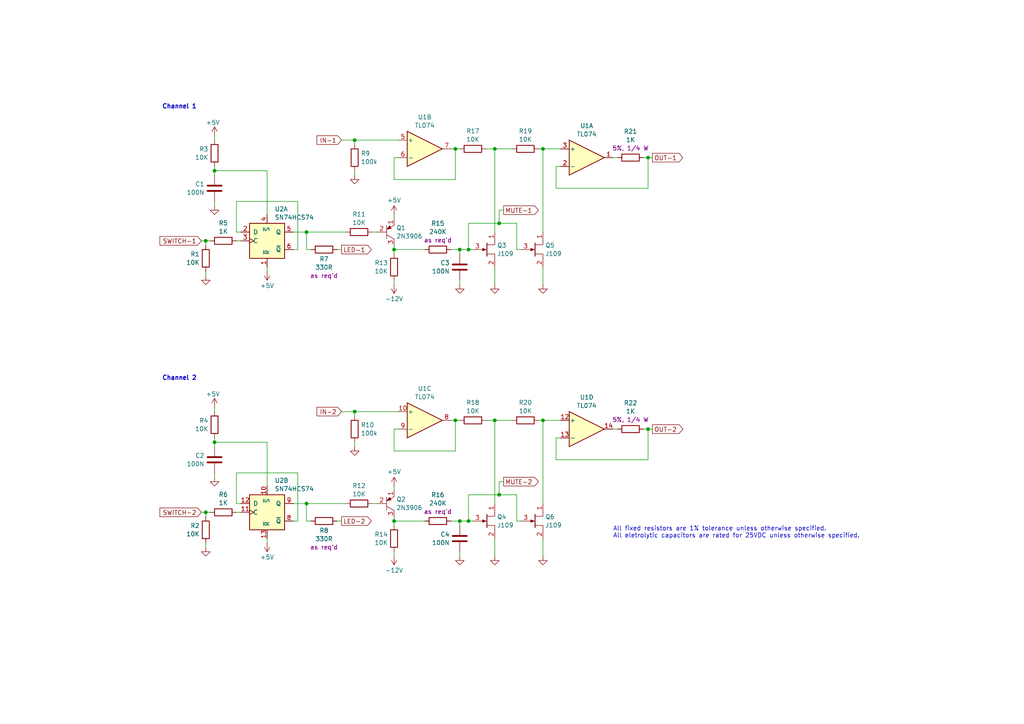
<source format=kicad_sch>
(kicad_sch (version 20230121) (generator eeschema)

  (uuid 4fe3cd02-8864-4b3e-a1a0-2dfa4d191ca2)

  (paper "A4")

  (title_block
    (title "Switches - Channels 1 & 2")
    (date "2023-10-12")
    (rev "1.0")
    (company "Len Popp")
    (comment 1 "Copyright © 2023 Len Popp CC BY")
    (comment 2 "Eurorack muting module module - 8HP")
  )

  (lib_symbols
    (symbol "-lmp-IC-misc:SN74HCS74" (pin_names (offset 1.016)) (in_bom yes) (on_board yes)
      (property "Reference" "U" (at -7.62 8.89 0)
        (effects (font (size 1.27 1.27)))
      )
      (property "Value" "SN74HCS74" (at -7.62 -8.89 0)
        (effects (font (size 1.27 1.27)))
      )
      (property "Footprint" "Package_SO:SOIC-14_3.9x8.7mm_P1.27mm" (at 0 0 0)
        (effects (font (size 1.27 1.27)) hide)
      )
      (property "Datasheet" "https://www.ti.com/lit/ds/symlink/sn74hcs74.pdf" (at 0 0 0)
        (effects (font (size 1.27 1.27)) hide)
      )
      (property "Manufacturer" "Texas Instruments" (at 0 0 0)
        (effects (font (size 1.27 1.27)) hide)
      )
      (property "ManufacturerPartNum" "SN74HCS74DR" (at 0 0 0)
        (effects (font (size 1.27 1.27)) hide)
      )
      (property "Distributor" "Mouser" (at 0 0 0)
        (effects (font (size 1.27 1.27)) hide)
      )
      (property "DistributorPartNum" "595-SN74HCS74DR" (at 0 0 0)
        (effects (font (size 1.27 1.27)) hide)
      )
      (property "DistributorPartLink" "https://www.mouser.ca/ProductDetail/Texas-Instruments/SN74HCS74DR?qs=TiOZkKH1s2QvGxo75w4r5Q%3D%3D" (at 0 0 0)
        (effects (font (size 1.27 1.27)) hide)
      )
      (property "ki_locked" "" (at 0 0 0)
        (effects (font (size 1.27 1.27)))
      )
      (property "ki_keywords" "CMOS D flip-flop schmitt" (at 0 0 0)
        (effects (font (size 1.27 1.27)) hide)
      )
      (property "ki_description" "CMOS Dual D Flip-flop, Set & Reset, Positive-edge Triggered, Schmitt-trigger Input" (at 0 0 0)
        (effects (font (size 1.27 1.27)) hide)
      )
      (property "ki_fp_filters" "Breakout*DIP*14*W15.24mm* SOIC*14*3.9*8.7*P1.27*" (at 0 0 0)
        (effects (font (size 1.27 1.27)) hide)
      )
      (symbol "SN74HCS74_1_0"
        (pin input line (at 0 -7.62 90) (length 2.54)
          (name "~{R}" (effects (font (size 1.27 1.27))))
          (number "1" (effects (font (size 1.27 1.27))))
        )
        (pin input line (at -7.62 2.54 0) (length 2.54)
          (name "D" (effects (font (size 1.27 1.27))))
          (number "2" (effects (font (size 1.27 1.27))))
        )
        (pin input clock (at -7.62 0 0) (length 2.54)
          (name "C" (effects (font (size 1.27 1.27))))
          (number "3" (effects (font (size 1.27 1.27))))
        )
        (pin input line (at 0 7.62 270) (length 2.54)
          (name "~{S}" (effects (font (size 1.27 1.27))))
          (number "4" (effects (font (size 1.27 1.27))))
        )
        (pin output line (at 7.62 2.54 180) (length 2.54)
          (name "Q" (effects (font (size 1.27 1.27))))
          (number "5" (effects (font (size 1.27 1.27))))
        )
        (pin output line (at 7.62 -2.54 180) (length 2.54)
          (name "~{Q}" (effects (font (size 1.27 1.27))))
          (number "6" (effects (font (size 1.27 1.27))))
        )
      )
      (symbol "SN74HCS74_1_1"
        (rectangle (start -5.08 5.08) (end 5.08 -5.08)
          (stroke (width 0.254) (type default))
          (fill (type background))
        )
      )
      (symbol "SN74HCS74_2_0"
        (pin input line (at 0 7.62 270) (length 2.54)
          (name "~{S}" (effects (font (size 1.27 1.27))))
          (number "10" (effects (font (size 1.27 1.27))))
        )
        (pin input clock (at -7.62 0 0) (length 2.54)
          (name "C" (effects (font (size 1.27 1.27))))
          (number "11" (effects (font (size 1.27 1.27))))
        )
        (pin input line (at -7.62 2.54 0) (length 2.54)
          (name "D" (effects (font (size 1.27 1.27))))
          (number "12" (effects (font (size 1.27 1.27))))
        )
        (pin input line (at 0 -7.62 90) (length 2.54)
          (name "~{R}" (effects (font (size 1.27 1.27))))
          (number "13" (effects (font (size 1.27 1.27))))
        )
        (pin output line (at 7.62 -2.54 180) (length 2.54)
          (name "~{Q}" (effects (font (size 1.27 1.27))))
          (number "8" (effects (font (size 1.27 1.27))))
        )
        (pin output line (at 7.62 2.54 180) (length 2.54)
          (name "Q" (effects (font (size 1.27 1.27))))
          (number "9" (effects (font (size 1.27 1.27))))
        )
      )
      (symbol "SN74HCS74_2_1"
        (rectangle (start -5.08 5.08) (end 5.08 -5.08)
          (stroke (width 0.254) (type default))
          (fill (type background))
        )
      )
      (symbol "SN74HCS74_3_1"
        (pin power_in line (at 0 7.62 270) (length 2.54)
          (name "VDD" (effects (font (size 1.27 1.27))))
          (number "14" (effects (font (size 1.27 1.27))))
        )
        (pin power_in line (at 0 -7.62 90) (length 2.54)
          (name "VSS" (effects (font (size 1.27 1.27))))
          (number "7" (effects (font (size 1.27 1.27))))
        )
      )
    )
    (symbol "-lmp-opamp:TL074" (pin_names (offset 0.127)) (in_bom yes) (on_board yes)
      (property "Reference" "U" (at 0 5.08 0)
        (effects (font (size 1.27 1.27)) (justify left))
      )
      (property "Value" "TL074" (at 0 -5.08 0)
        (effects (font (size 1.27 1.27)) (justify left))
      )
      (property "Footprint" "Package_DIP:DIP-14_W7.62mm" (at -1.27 2.54 0)
        (effects (font (size 1.27 1.27)) hide)
      )
      (property "Datasheet" "http://www.ti.com/lit/ds/symlink/tl071.pdf" (at 1.27 5.08 0)
        (effects (font (size 1.27 1.27)) hide)
      )
      (property "Manufacturer" "Texas Instruments" (at 0 0 0)
        (effects (font (size 1.27 1.27)) hide)
      )
      (property "ManufacturerPartNum" "TL074BCN" (at 0 0 0)
        (effects (font (size 1.27 1.27)) hide)
      )
      (property "Distributor" "Mouser" (at 0 0 0)
        (effects (font (size 1.27 1.27)) hide)
      )
      (property "DistributorPartNum" "595-TL074BCN" (at 0 0 0)
        (effects (font (size 1.27 1.27)) hide)
      )
      (property "DistributorPartLink" "https://www.mouser.ca/ProductDetail/?qs=vxEfx8VrU7BHurOY5iQdiA%3D%3D" (at 0 0 0)
        (effects (font (size 1.27 1.27)) hide)
      )
      (property "ki_locked" "" (at 0 0 0)
        (effects (font (size 1.27 1.27)))
      )
      (property "ki_keywords" "quad opamp" (at 0 0 0)
        (effects (font (size 1.27 1.27)) hide)
      )
      (property "ki_description" "Quad Low-Noise JFET-Input Operational Amplifiers, DIP-14/SOIC-14" (at 0 0 0)
        (effects (font (size 1.27 1.27)) hide)
      )
      (property "ki_fp_filters" "SOIC*3.9x8.7mm*P1.27mm* DIP*W7.62mm* TSSOP*4.4x5mm*P0.65mm* SSOP*5.3x6.2mm*P0.65mm* MSOP*3x3mm*P0.5mm*" (at 0 0 0)
        (effects (font (size 1.27 1.27)) hide)
      )
      (symbol "TL074_1_1"
        (polyline
          (pts
            (xy -5.08 5.08)
            (xy 5.08 0)
            (xy -5.08 -5.08)
            (xy -5.08 5.08)
          )
          (stroke (width 0.254) (type default))
          (fill (type background))
        )
        (pin output line (at 7.62 0 180) (length 2.54)
          (name "~" (effects (font (size 1.27 1.27))))
          (number "1" (effects (font (size 1.27 1.27))))
        )
        (pin input line (at -7.62 -2.54 0) (length 2.54)
          (name "-" (effects (font (size 1.27 1.27))))
          (number "2" (effects (font (size 1.27 1.27))))
        )
        (pin input line (at -7.62 2.54 0) (length 2.54)
          (name "+" (effects (font (size 1.27 1.27))))
          (number "3" (effects (font (size 1.27 1.27))))
        )
      )
      (symbol "TL074_2_1"
        (polyline
          (pts
            (xy -5.08 5.08)
            (xy 5.08 0)
            (xy -5.08 -5.08)
            (xy -5.08 5.08)
          )
          (stroke (width 0.254) (type default))
          (fill (type background))
        )
        (pin input line (at -7.62 2.54 0) (length 2.54)
          (name "+" (effects (font (size 1.27 1.27))))
          (number "5" (effects (font (size 1.27 1.27))))
        )
        (pin input line (at -7.62 -2.54 0) (length 2.54)
          (name "-" (effects (font (size 1.27 1.27))))
          (number "6" (effects (font (size 1.27 1.27))))
        )
        (pin output line (at 7.62 0 180) (length 2.54)
          (name "~" (effects (font (size 1.27 1.27))))
          (number "7" (effects (font (size 1.27 1.27))))
        )
      )
      (symbol "TL074_3_1"
        (polyline
          (pts
            (xy -5.08 5.08)
            (xy 5.08 0)
            (xy -5.08 -5.08)
            (xy -5.08 5.08)
          )
          (stroke (width 0.254) (type default))
          (fill (type background))
        )
        (pin input line (at -7.62 2.54 0) (length 2.54)
          (name "+" (effects (font (size 1.27 1.27))))
          (number "10" (effects (font (size 1.27 1.27))))
        )
        (pin output line (at 7.62 0 180) (length 2.54)
          (name "~" (effects (font (size 1.27 1.27))))
          (number "8" (effects (font (size 1.27 1.27))))
        )
        (pin input line (at -7.62 -2.54 0) (length 2.54)
          (name "-" (effects (font (size 1.27 1.27))))
          (number "9" (effects (font (size 1.27 1.27))))
        )
      )
      (symbol "TL074_4_1"
        (polyline
          (pts
            (xy -5.08 5.08)
            (xy 5.08 0)
            (xy -5.08 -5.08)
            (xy -5.08 5.08)
          )
          (stroke (width 0.254) (type default))
          (fill (type background))
        )
        (pin input line (at -7.62 2.54 0) (length 2.54)
          (name "+" (effects (font (size 1.27 1.27))))
          (number "12" (effects (font (size 1.27 1.27))))
        )
        (pin input line (at -7.62 -2.54 0) (length 2.54)
          (name "-" (effects (font (size 1.27 1.27))))
          (number "13" (effects (font (size 1.27 1.27))))
        )
        (pin output line (at 7.62 0 180) (length 2.54)
          (name "~" (effects (font (size 1.27 1.27))))
          (number "14" (effects (font (size 1.27 1.27))))
        )
      )
      (symbol "TL074_5_1"
        (pin power_in line (at -2.54 -7.62 90) (length 3.81)
          (name "V-" (effects (font (size 1.27 1.27))))
          (number "11" (effects (font (size 1.27 1.27))))
        )
        (pin power_in line (at -2.54 7.62 270) (length 3.81)
          (name "V+" (effects (font (size 1.27 1.27))))
          (number "4" (effects (font (size 1.27 1.27))))
        )
      )
    )
    (symbol "-lmp-power:+5V" (power) (pin_names (offset 0)) (in_bom yes) (on_board yes)
      (property "Reference" "#PWR" (at 0 -3.81 0)
        (effects (font (size 1.27 1.27)) hide)
      )
      (property "Value" "+5V" (at 0 3.556 0)
        (effects (font (size 1.27 1.27)))
      )
      (property "Footprint" "" (at 0 0 0)
        (effects (font (size 1.27 1.27)) hide)
      )
      (property "Datasheet" "" (at 0 0 0)
        (effects (font (size 1.27 1.27)) hide)
      )
      (property "ki_keywords" "power-flag" (at 0 0 0)
        (effects (font (size 1.27 1.27)) hide)
      )
      (property "ki_description" "Power symbol creates a global label with name \"+5V\"" (at 0 0 0)
        (effects (font (size 1.27 1.27)) hide)
      )
      (symbol "+5V_0_1"
        (polyline
          (pts
            (xy -0.762 1.27)
            (xy 0 2.54)
          )
          (stroke (width 0) (type default))
          (fill (type none))
        )
        (polyline
          (pts
            (xy 0 0)
            (xy 0 2.54)
          )
          (stroke (width 0) (type default))
          (fill (type none))
        )
        (polyline
          (pts
            (xy 0 2.54)
            (xy 0.762 1.27)
          )
          (stroke (width 0) (type default))
          (fill (type none))
        )
      )
      (symbol "+5V_1_1"
        (pin power_in line (at 0 0 90) (length 0) hide
          (name "+5V" (effects (font (size 1.27 1.27))))
          (number "1" (effects (font (size 1.27 1.27))))
        )
      )
    )
    (symbol "-lmp-power:-12V" (power) (pin_names (offset 0)) (in_bom yes) (on_board yes)
      (property "Reference" "#PWR" (at 0 3.81 0)
        (effects (font (size 1.27 1.27)) hide)
      )
      (property "Value" "-12V" (at 0 -3.556 0)
        (effects (font (size 1.27 1.27)))
      )
      (property "Footprint" "" (at 0 0 0)
        (effects (font (size 1.27 1.27)) hide)
      )
      (property "Datasheet" "" (at 0 0 0)
        (effects (font (size 1.27 1.27)) hide)
      )
      (property "ki_keywords" "power-flag" (at 0 0 0)
        (effects (font (size 1.27 1.27)) hide)
      )
      (property "ki_description" "Power symbol creates a global label with name \"-12V\"" (at 0 0 0)
        (effects (font (size 1.27 1.27)) hide)
      )
      (symbol "-12V_0_1"
        (polyline
          (pts
            (xy -0.762 -1.27)
            (xy 0 -2.54)
          )
          (stroke (width 0) (type default))
          (fill (type none))
        )
        (polyline
          (pts
            (xy 0 -2.54)
            (xy 0.762 -1.27)
          )
          (stroke (width 0) (type default))
          (fill (type none))
        )
        (polyline
          (pts
            (xy 0 0)
            (xy 0 -2.54)
          )
          (stroke (width 0) (type default))
          (fill (type none))
        )
      )
      (symbol "-12V_1_1"
        (pin power_in line (at 0 0 270) (length 0) hide
          (name "-12V" (effects (font (size 1.27 1.27))))
          (number "1" (effects (font (size 1.27 1.27))))
        )
      )
    )
    (symbol "-lmp-synth:R_1K_Output" (pin_numbers hide) (pin_names (offset 0)) (in_bom yes) (on_board yes)
      (property "Reference" "R" (at -2.286 0 90)
        (effects (font (size 1.27 1.27)))
      )
      (property "Value" "R_1K_Output" (at 2.413 0 90)
        (effects (font (size 1.27 1.27)))
      )
      (property "Footprint" "-lmp-misc:R_Axial_DIN0207_L6.3mm_D2.5mm_P10.16mm_Horizontal" (at -1.778 0 90)
        (effects (font (size 1.27 1.27)) hide)
      )
      (property "Datasheet" "https://www.mouser.ca/datasheet/2/427/ccf07-1762725.pdf" (at 0 0 0)
        (effects (font (size 1.27 1.27)) hide)
      )
      (property "Value2" "5%, 1/4 W" (at 4.445 0 90)
        (effects (font (size 1.27 1.27)))
      )
      (property "Note" "Output limiting" (at -1.905 -1.905 90)
        (effects (font (size 1.27 1.27)) hide)
      )
      (property "Manufacturer" "Vishay / Dale" (at 0 0 0)
        (effects (font (size 1.27 1.27)) hide)
      )
      (property "ManufacturerPartNum" "CCF071K00JKE36" (at 0 0 0)
        (effects (font (size 1.27 1.27)) hide)
      )
      (property "Distributor" "Mouser" (at -1.905 0 90)
        (effects (font (size 1.27 1.27)) hide)
      )
      (property "DistributorPartNum" "71-CCF071K00JKE36" (at 0 0 0)
        (effects (font (size 1.27 1.27)) hide)
      )
      (property "DistributorPartLink" "https://www.mouser.ca/ProductDetail/Vishay-Dale/CCF071K00JKE36?qs=sGAEpiMZZMsPqMdJzcrNwqw41JD0NFylHV1MADcQnpo%3D" (at 0 0 0)
        (effects (font (size 1.27 1.27)) hide)
      )
      (property "ki_keywords" "R res resistor" (at 0 0 0)
        (effects (font (size 1.27 1.27)) hide)
      )
      (property "ki_description" "Resistor" (at 0 0 0)
        (effects (font (size 1.27 1.27)) hide)
      )
      (property "ki_fp_filters" "R_*" (at 0 0 0)
        (effects (font (size 1.27 1.27)) hide)
      )
      (symbol "R_1K_Output_0_1"
        (rectangle (start -1.016 -2.54) (end 1.016 2.54)
          (stroke (width 0.254) (type default))
          (fill (type none))
        )
      )
      (symbol "R_1K_Output_1_1"
        (pin passive line (at 0 3.81 270) (length 1.27)
          (name "~" (effects (font (size 1.27 1.27))))
          (number "1" (effects (font (size 1.27 1.27))))
        )
        (pin passive line (at 0 -3.81 90) (length 1.27)
          (name "~" (effects (font (size 1.27 1.27))))
          (number "2" (effects (font (size 1.27 1.27))))
        )
      )
    )
    (symbol "-lmp:CC_100N" (pin_numbers hide) (pin_names (offset 0.254)) (in_bom yes) (on_board yes)
      (property "Reference" "C" (at 0.635 2.54 0)
        (effects (font (size 1.27 1.27)) (justify left))
      )
      (property "Value" "CC_100N" (at 0.635 -2.54 0)
        (effects (font (size 1.27 1.27)) (justify left))
      )
      (property "Footprint" "-lmp-misc:C_Disc_D5.0mm_W2.5mm_P2.50mm" (at 0.9652 -3.81 0)
        (effects (font (size 1.27 1.27)) hide)
      )
      (property "Datasheet" "https://product.tdk.com/system/files/dam/doc/product/capacitor/ceramic/lead-mlcc/catalog/leadmlcc_halogenfree_fg_en.pdf" (at -0.635 -3.81 0)
        (effects (font (size 1.27 1.27)) hide)
      )
      (property "Note" "IC decoupling" (at 0.635 -5.08 0)
        (effects (font (size 1.27 1.27)) (justify left) hide)
      )
      (property "Manufacturer" "TDK" (at 0 0 0)
        (effects (font (size 1.27 1.27)) hide)
      )
      (property "ManufacturerPartNum" "FG18X7R1H104KNT06" (at 0 0 0)
        (effects (font (size 1.27 1.27)) hide)
      )
      (property "Distributor" "Mouser" (at 0 0 0)
        (effects (font (size 1.27 1.27)) hide)
      )
      (property "DistributorPartNum" "810-FG18X7R1H104KNT6" (at 0 0 0)
        (effects (font (size 1.27 1.27)) hide)
      )
      (property "DistributorPartLink" "https://www.mouser.ca/ProductDetail/810-FG18X7R1H104KNT6" (at 0 0 0)
        (effects (font (size 1.27 1.27)) hide)
      )
      (property "ki_keywords" "cap capacitor ceramic" (at 0 0 0)
        (effects (font (size 1.27 1.27)) hide)
      )
      (property "ki_description" "Capacitor - Ceramic - IC decoupling" (at 0 0 0)
        (effects (font (size 1.27 1.27)) hide)
      )
      (property "ki_fp_filters" "C_*" (at 0 0 0)
        (effects (font (size 1.27 1.27)) hide)
      )
      (symbol "CC_100N_0_1"
        (polyline
          (pts
            (xy -2.032 -0.762)
            (xy 2.032 -0.762)
          )
          (stroke (width 0.508) (type default))
          (fill (type none))
        )
        (polyline
          (pts
            (xy -2.032 0.762)
            (xy 2.032 0.762)
          )
          (stroke (width 0.508) (type default))
          (fill (type none))
        )
      )
      (symbol "CC_100N_1_1"
        (pin passive line (at 0 3.81 270) (length 2.794)
          (name "~" (effects (font (size 1.27 1.27))))
          (number "1" (effects (font (size 1.27 1.27))))
        )
        (pin passive line (at 0 -3.81 90) (length 2.794)
          (name "~" (effects (font (size 1.27 1.27))))
          (number "2" (effects (font (size 1.27 1.27))))
        )
      )
    )
    (symbol "-lmp:Q_JFET_N_DSG" (pin_names (offset 0) hide) (in_bom yes) (on_board yes)
      (property "Reference" "Q" (at 5.08 1.27 0)
        (effects (font (size 1.27 1.27)) (justify left))
      )
      (property "Value" "Q_JFET_N_DSG" (at 5.08 -1.27 0)
        (effects (font (size 1.27 1.27)) (justify left))
      )
      (property "Footprint" "-lmp-misc:TO-92_Inline_Wide" (at 5.08 2.54 0)
        (effects (font (size 1.27 1.27)) hide)
      )
      (property "Datasheet" "~" (at 0 0 0)
        (effects (font (size 1.27 1.27)) hide)
      )
      (property "ki_keywords" "transistor NJFET N-JFET" (at 0 0 0)
        (effects (font (size 1.27 1.27)) hide)
      )
      (property "ki_description" "N-JFET transistor, drain/source/gate" (at 0 0 0)
        (effects (font (size 1.27 1.27)) hide)
      )
      (symbol "Q_JFET_N_DSG_0_1"
        (polyline
          (pts
            (xy 0.254 1.905)
            (xy 0.254 -1.905)
            (xy 0.254 -1.905)
          )
          (stroke (width 0.254) (type default))
          (fill (type none))
        )
        (polyline
          (pts
            (xy 2.54 -2.54)
            (xy 2.54 -1.27)
            (xy 0.254 -1.27)
          )
          (stroke (width 0) (type default))
          (fill (type none))
        )
        (polyline
          (pts
            (xy 2.54 2.54)
            (xy 2.54 1.397)
            (xy 0.254 1.397)
          )
          (stroke (width 0) (type default))
          (fill (type none))
        )
        (polyline
          (pts
            (xy 0 0)
            (xy -1.016 0.381)
            (xy -1.016 -0.381)
            (xy 0 0)
          )
          (stroke (width 0) (type default))
          (fill (type outline))
        )
      )
      (symbol "Q_JFET_N_DSG_1_1"
        (pin passive line (at 2.54 5.08 270) (length 2.54)
          (name "D" (effects (font (size 1.27 1.27))))
          (number "1" (effects (font (size 1.27 1.27))))
        )
        (pin passive line (at 2.54 -5.08 90) (length 2.54)
          (name "S" (effects (font (size 1.27 1.27))))
          (number "2" (effects (font (size 1.27 1.27))))
        )
        (pin input line (at -3.81 0 0) (length 2.667)
          (name "G" (effects (font (size 1.27 1.27))))
          (number "3" (effects (font (size 1.27 1.27))))
        )
      )
    )
    (symbol "-lmp:Q_PNP_2N3906" (pin_names (offset 0) hide) (in_bom yes) (on_board yes)
      (property "Reference" "Q" (at 4.445 1.905 0)
        (effects (font (size 1.27 1.27)) (justify left))
      )
      (property "Value" "Q_PNP_2N3906" (at 4.445 0 0)
        (effects (font (size 1.27 1.27)) (justify left))
      )
      (property "Footprint" "-lmp-misc:TO-92_Inline_Wide" (at 4.445 -1.905 0)
        (effects (font (size 1.27 1.27) italic) (justify left) hide)
      )
      (property "Datasheet" "https://www.onsemi.com/pub/Collateral/2N3906-D.PDF" (at 0 0 0)
        (effects (font (size 1.27 1.27)) (justify left) hide)
      )
      (property "Manufacturer" "ON Semiconductor / Fairchild" (at 0.0508 -4.826 0)
        (effects (font (size 1.27 1.27)) hide)
      )
      (property "ManufacturerPartNum" "2N3906TAR" (at 0.1016 -5.1308 0)
        (effects (font (size 1.27 1.27)) hide)
      )
      (property "Distributor" "Mouser" (at 0.1016 -5.1308 0)
        (effects (font (size 1.27 1.27)) hide)
      )
      (property "DistributorPartNum" "512-2N3906TAR" (at 0.1016 -5.1308 0)
        (effects (font (size 1.27 1.27)) hide)
      )
      (property "DistributorPartLink" "https://www.mouser.ca/ProductDetail/ON-Semiconductor-Fairchild/2N3906TAR?qs=VnWRSnLxLU2ypWvU5pgBbw%3D%3D" (at 0.0508 -4.826 0)
        (effects (font (size 1.27 1.27)) hide)
      )
      (property "ki_keywords" "PNP Transistor" (at 0 0 0)
        (effects (font (size 1.27 1.27)) hide)
      )
      (property "ki_description" "Small Signal PNP Transistor, -0.2A Ic, -40V Vce, TO-92" (at 0 0 0)
        (effects (font (size 1.27 1.27)) hide)
      )
      (property "ki_fp_filters" "TO?92*" (at 0 0 0)
        (effects (font (size 1.27 1.27)) hide)
      )
      (symbol "Q_PNP_2N3906_0_1"
        (polyline
          (pts
            (xy 0.381 -0.762)
            (xy 2.54 -2.032)
          )
          (stroke (width 0) (type default))
          (fill (type background))
        )
        (polyline
          (pts
            (xy 0.381 0.762)
            (xy 2.54 2.032)
          )
          (stroke (width 0) (type default))
          (fill (type none))
        )
        (polyline
          (pts
            (xy 0.381 1.905)
            (xy 0.381 -1.905)
            (xy 0.381 -1.905)
          )
          (stroke (width 0) (type default))
          (fill (type none))
        )
        (polyline
          (pts
            (xy 0.4572 0.8128)
            (xy 1.2192 1.8288)
            (xy 1.7272 1.0668)
            (xy 0.4572 0.8128)
          )
          (stroke (width 0) (type default))
          (fill (type outline))
        )
      )
      (symbol "Q_PNP_2N3906_1_1"
        (pin passive line (at 2.54 3.81 270) (length 1.778)
          (name "E" (effects (font (size 1.27 1.27))))
          (number "1" (effects (font (size 1.27 1.27))))
        )
        (pin passive line (at -2.54 0 0) (length 2.921)
          (name "B" (effects (font (size 1.27 1.27))))
          (number "2" (effects (font (size 1.27 1.27))))
        )
        (pin passive line (at 2.54 -3.81 90) (length 1.778)
          (name "C" (effects (font (size 1.27 1.27))))
          (number "3" (effects (font (size 1.27 1.27))))
        )
      )
    )
    (symbol "-lmp:R_1%_0W166" (pin_numbers hide) (pin_names (offset 0)) (in_bom yes) (on_board yes)
      (property "Reference" "R" (at -2.286 0 90)
        (effects (font (size 1.27 1.27)))
      )
      (property "Value" "R_1%_0W166" (at 2.413 0 90)
        (effects (font (size 1.27 1.27)))
      )
      (property "Footprint" "-lmp-misc:R_Axial_DIN0207_L6.3mm_D2.5mm_P7.62mm_Horizontal" (at -1.778 0 90)
        (effects (font (size 1.27 1.27)) hide)
      )
      (property "Datasheet" "https://www.mouser.ca/datasheet/2/447/Yageo_LR_MFR_1-1714151.pdf" (at 0 0 0)
        (effects (font (size 1.27 1.27)) hide)
      )
      (property "Manufacturer" "YAGEO" (at 0 0 0)
        (effects (font (size 1.27 1.27)) hide)
      )
      (property "ManufacturerPartNum" "MFR-12*" (at 0 0 0)
        (effects (font (size 1.27 1.27)) hide)
      )
      (property "Distributor" "Mouser" (at 0 0 0)
        (effects (font (size 1.27 1.27)) hide)
      )
      (property "DistributorPartNum" "603-MFR-12*" (at 0 0 0)
        (effects (font (size 1.27 1.27)) hide)
      )
      (property "DistributorPartLink" "https://www.mouser.ca/c/?m=YAGEO&power+rating=166+mW+(1%2f6+W)&tolerance=1+%25&instock=y" (at 0 0 0)
        (effects (font (size 1.27 1.27)) hide)
      )
      (property "Value2" "1%, 1/6 W" (at 4.953 0 90)
        (effects (font (size 1.27 1.27)) hide)
      )
      (property "ki_keywords" "R res resistor" (at 0 0 0)
        (effects (font (size 1.27 1.27)) hide)
      )
      (property "ki_description" "Resistor" (at 0 0 0)
        (effects (font (size 1.27 1.27)) hide)
      )
      (property "ki_fp_filters" "R_*" (at 0 0 0)
        (effects (font (size 1.27 1.27)) hide)
      )
      (symbol "R_1%_0W166_0_1"
        (rectangle (start -1.016 -2.54) (end 1.016 2.54)
          (stroke (width 0.254) (type default))
          (fill (type none))
        )
      )
      (symbol "R_1%_0W166_1_1"
        (pin passive line (at 0 3.81 270) (length 1.27)
          (name "~" (effects (font (size 1.27 1.27))))
          (number "1" (effects (font (size 1.27 1.27))))
        )
        (pin passive line (at 0 -3.81 90) (length 1.27)
          (name "~" (effects (font (size 1.27 1.27))))
          (number "2" (effects (font (size 1.27 1.27))))
        )
      )
    )
    (symbol "GND_1" (power) (pin_numbers hide) (pin_names (offset 0) hide) (in_bom yes) (on_board yes)
      (property "Reference" "#PWR" (at 0 -6.35 0)
        (effects (font (size 1.27 1.27)) hide)
      )
      (property "Value" "GND_1" (at 0 -3.81 0)
        (effects (font (size 1.27 1.27)) hide)
      )
      (property "Footprint" "" (at 0 0 0)
        (effects (font (size 1.27 1.27)) hide)
      )
      (property "Datasheet" "" (at 0 0 0)
        (effects (font (size 1.27 1.27)) hide)
      )
      (property "ki_keywords" "power-flag" (at 0 0 0)
        (effects (font (size 1.27 1.27)) hide)
      )
      (property "ki_description" "Power symbol creates a global label with name \"GND\" , ground" (at 0 0 0)
        (effects (font (size 1.27 1.27)) hide)
      )
      (symbol "GND_1_0_1"
        (polyline
          (pts
            (xy 0 0)
            (xy 0 -1.27)
            (xy 1.27 -1.27)
            (xy 0 -2.54)
            (xy -1.27 -1.27)
            (xy 0 -1.27)
          )
          (stroke (width 0) (type default))
          (fill (type none))
        )
      )
      (symbol "GND_1_1_1"
        (pin power_in line (at 0 0 270) (length 0) hide
          (name "GND" (effects (font (size 1.27 1.27))))
          (number "1" (effects (font (size 1.27 1.27))))
        )
      )
    )
    (symbol "GND_2" (power) (pin_numbers hide) (pin_names (offset 0) hide) (in_bom yes) (on_board yes)
      (property "Reference" "#PWR" (at 0 -6.35 0)
        (effects (font (size 1.27 1.27)) hide)
      )
      (property "Value" "GND_2" (at 0 -3.81 0)
        (effects (font (size 1.27 1.27)) hide)
      )
      (property "Footprint" "" (at 0 0 0)
        (effects (font (size 1.27 1.27)) hide)
      )
      (property "Datasheet" "" (at 0 0 0)
        (effects (font (size 1.27 1.27)) hide)
      )
      (property "ki_keywords" "power-flag" (at 0 0 0)
        (effects (font (size 1.27 1.27)) hide)
      )
      (property "ki_description" "Power symbol creates a global label with name \"GND\" , ground" (at 0 0 0)
        (effects (font (size 1.27 1.27)) hide)
      )
      (symbol "GND_2_0_1"
        (polyline
          (pts
            (xy 0 0)
            (xy 0 -1.27)
            (xy 1.27 -1.27)
            (xy 0 -2.54)
            (xy -1.27 -1.27)
            (xy 0 -1.27)
          )
          (stroke (width 0) (type default))
          (fill (type none))
        )
      )
      (symbol "GND_2_1_1"
        (pin power_in line (at 0 0 270) (length 0) hide
          (name "GND" (effects (font (size 1.27 1.27))))
          (number "1" (effects (font (size 1.27 1.27))))
        )
      )
    )
    (symbol "GND_4" (power) (pin_numbers hide) (pin_names (offset 0) hide) (in_bom yes) (on_board yes)
      (property "Reference" "#PWR" (at 0 -6.35 0)
        (effects (font (size 1.27 1.27)) hide)
      )
      (property "Value" "GND_4" (at 0 -3.81 0)
        (effects (font (size 1.27 1.27)) hide)
      )
      (property "Footprint" "" (at 0 0 0)
        (effects (font (size 1.27 1.27)) hide)
      )
      (property "Datasheet" "" (at 0 0 0)
        (effects (font (size 1.27 1.27)) hide)
      )
      (property "ki_keywords" "power-flag" (at 0 0 0)
        (effects (font (size 1.27 1.27)) hide)
      )
      (property "ki_description" "Power symbol creates a global label with name \"GND\" , ground" (at 0 0 0)
        (effects (font (size 1.27 1.27)) hide)
      )
      (symbol "GND_4_0_1"
        (polyline
          (pts
            (xy 0 0)
            (xy 0 -1.27)
            (xy 1.27 -1.27)
            (xy 0 -2.54)
            (xy -1.27 -1.27)
            (xy 0 -1.27)
          )
          (stroke (width 0) (type default))
          (fill (type none))
        )
      )
      (symbol "GND_4_1_1"
        (pin power_in line (at 0 0 270) (length 0) hide
          (name "GND" (effects (font (size 1.27 1.27))))
          (number "1" (effects (font (size 1.27 1.27))))
        )
      )
    )
  )

  (junction (at 62.23 49.53) (diameter 0) (color 0 0 0 0)
    (uuid 0d596d5a-2a68-4d63-99f0-1ae2218eaa8f)
  )
  (junction (at 133.35 72.39) (diameter 0) (color 0 0 0 0)
    (uuid 0d9739c6-16ae-4e64-8a49-4773e3675480)
  )
  (junction (at 114.3 151.13) (diameter 0) (color 0 0 0 0)
    (uuid 1609e101-f143-4dec-8c98-fb81aece69c3)
  )
  (junction (at 157.48 121.92) (diameter 0) (color 0 0 0 0)
    (uuid 162af9ed-d908-4ccb-9d4d-f239a614886d)
  )
  (junction (at 102.87 40.64) (diameter 0) (color 0 0 0 0)
    (uuid 311c4672-cb5c-4cb6-8bb6-21ae52cd37c1)
  )
  (junction (at 88.9 146.05) (diameter 0) (color 0 0 0 0)
    (uuid 3b1324cb-76a4-405b-8522-6001acce3840)
  )
  (junction (at 62.23 128.27) (diameter 0) (color 0 0 0 0)
    (uuid 3c1d5290-f08f-40f7-b847-340afdde1279)
  )
  (junction (at 114.3 72.39) (diameter 0) (color 0 0 0 0)
    (uuid 3c596319-b0c6-4c98-91da-6fb162108597)
  )
  (junction (at 187.96 45.72) (diameter 0) (color 0 0 0 0)
    (uuid 4dbca847-5fef-4927-b4aa-da3acd74de23)
  )
  (junction (at 132.08 121.92) (diameter 0) (color 0 0 0 0)
    (uuid 51565d38-b6fe-4a4c-bec9-ad8361e1610f)
  )
  (junction (at 135.89 72.39) (diameter 0) (color 0 0 0 0)
    (uuid 66aa909c-3c84-49da-a988-9b26dd611ca9)
  )
  (junction (at 132.08 43.18) (diameter 0) (color 0 0 0 0)
    (uuid 8384948c-5a6d-4255-9c23-422969ad288f)
  )
  (junction (at 144.78 143.51) (diameter 0) (color 0 0 0 0)
    (uuid 8b84aa78-5b20-4b44-9eca-5235404a864e)
  )
  (junction (at 59.69 148.59) (diameter 0) (color 0 0 0 0)
    (uuid 8d0ac628-f769-48cb-be4a-0861c4f1e307)
  )
  (junction (at 187.96 124.46) (diameter 0) (color 0 0 0 0)
    (uuid 8d6e3872-02fe-48bc-aab1-b54793be6b16)
  )
  (junction (at 157.48 43.18) (diameter 0) (color 0 0 0 0)
    (uuid 8ea964c1-a15c-4afe-a57b-c1b664af5456)
  )
  (junction (at 144.78 64.77) (diameter 0) (color 0 0 0 0)
    (uuid 9b1ff4ab-1ddf-4398-9453-bfb6df43ea3e)
  )
  (junction (at 143.51 43.18) (diameter 0) (color 0 0 0 0)
    (uuid a2687b1b-920b-49f3-9470-bfa50417787d)
  )
  (junction (at 133.35 151.13) (diameter 0) (color 0 0 0 0)
    (uuid af9e9195-6a22-4eba-9d96-0d9f52976577)
  )
  (junction (at 102.87 119.38) (diameter 0) (color 0 0 0 0)
    (uuid b8d38364-8ce1-4c48-95cb-653209d7e013)
  )
  (junction (at 135.89 151.13) (diameter 0) (color 0 0 0 0)
    (uuid bce282c6-91dc-41be-be1e-68a7fa212232)
  )
  (junction (at 59.69 69.85) (diameter 0) (color 0 0 0 0)
    (uuid ca435dca-eaf2-42eb-aeac-e5019a729075)
  )
  (junction (at 143.51 121.92) (diameter 0) (color 0 0 0 0)
    (uuid d7707ea8-c1aa-47de-a7a5-a0f4b9b0fa49)
  )
  (junction (at 88.9 67.31) (diameter 0) (color 0 0 0 0)
    (uuid eab90557-d403-463f-ac58-920389e62664)
  )

  (wire (pts (xy 58.42 69.85) (xy 59.69 69.85))
    (stroke (width 0) (type default))
    (uuid 007d90f7-39ab-4698-b232-53773952ce93)
  )
  (wire (pts (xy 133.35 72.39) (xy 135.89 72.39))
    (stroke (width 0) (type default))
    (uuid 02323b7c-852d-4874-a524-b8a28a1dcc36)
  )
  (wire (pts (xy 161.29 48.26) (xy 161.29 54.61))
    (stroke (width 0) (type default))
    (uuid 045b5a89-d9cd-45cd-bb16-9651577c3546)
  )
  (wire (pts (xy 68.58 137.16) (xy 68.58 146.05))
    (stroke (width 0) (type default))
    (uuid 08682a05-400e-4ecf-9144-2c0caa3b6aa2)
  )
  (wire (pts (xy 149.86 64.77) (xy 144.78 64.77))
    (stroke (width 0) (type default))
    (uuid 11aabd28-6107-452b-a68a-11dcae3a2ade)
  )
  (wire (pts (xy 144.78 143.51) (xy 135.89 143.51))
    (stroke (width 0) (type default))
    (uuid 134e34fb-9592-4afe-b15f-d3962aa5c10d)
  )
  (wire (pts (xy 114.3 52.07) (xy 132.08 52.07))
    (stroke (width 0) (type default))
    (uuid 145bb81e-bec7-4387-ad90-2580ab667cb6)
  )
  (wire (pts (xy 151.13 151.13) (xy 149.86 151.13))
    (stroke (width 0) (type default))
    (uuid 159c8012-1ea0-4183-aef8-e30ad82fb1e3)
  )
  (wire (pts (xy 156.21 121.92) (xy 157.48 121.92))
    (stroke (width 0) (type default))
    (uuid 17d18c72-3d4e-4f60-beb9-04125c49c7d1)
  )
  (wire (pts (xy 88.9 151.13) (xy 90.17 151.13))
    (stroke (width 0) (type default))
    (uuid 1927c3c8-f6a1-45ae-9f7e-d63622665964)
  )
  (wire (pts (xy 132.08 43.18) (xy 133.35 43.18))
    (stroke (width 0) (type default))
    (uuid 194d90c5-df12-4320-907a-be648867a715)
  )
  (wire (pts (xy 102.87 119.38) (xy 115.57 119.38))
    (stroke (width 0) (type default))
    (uuid 1a342d34-9677-41f8-89d1-89787d06c034)
  )
  (wire (pts (xy 114.3 71.12) (xy 114.3 72.39))
    (stroke (width 0) (type default))
    (uuid 1deffd02-89ec-4e90-b200-599315567105)
  )
  (wire (pts (xy 99.06 119.38) (xy 102.87 119.38))
    (stroke (width 0) (type default))
    (uuid 23450823-2b81-4f76-b239-a4c5cf158110)
  )
  (wire (pts (xy 187.96 133.35) (xy 187.96 124.46))
    (stroke (width 0) (type default))
    (uuid 258fa903-0391-4000-b578-545591917b3e)
  )
  (wire (pts (xy 102.87 40.64) (xy 115.57 40.64))
    (stroke (width 0) (type default))
    (uuid 26e917ac-cb9e-4daf-8312-cc9c82ce2d84)
  )
  (wire (pts (xy 157.48 121.92) (xy 157.48 146.05))
    (stroke (width 0) (type default))
    (uuid 28642334-1357-4c3b-b476-873aa0c3d3d1)
  )
  (wire (pts (xy 133.35 72.39) (xy 133.35 73.66))
    (stroke (width 0) (type default))
    (uuid 28f37696-d362-4854-b5cf-fc45a3b28b5d)
  )
  (wire (pts (xy 77.47 49.53) (xy 77.47 62.23))
    (stroke (width 0) (type default))
    (uuid 29c5f630-1bf8-4475-84cb-5346dd58e33d)
  )
  (wire (pts (xy 144.78 60.96) (xy 144.78 64.77))
    (stroke (width 0) (type default))
    (uuid 2b2dd77a-f941-40ef-9927-949dab9851fe)
  )
  (wire (pts (xy 187.96 45.72) (xy 189.23 45.72))
    (stroke (width 0) (type default))
    (uuid 2fed5272-ed59-4495-b352-51d66aa2f232)
  )
  (wire (pts (xy 114.3 52.07) (xy 114.3 45.72))
    (stroke (width 0) (type default))
    (uuid 30f9c113-98dc-4fde-a48e-1f21ccc4057c)
  )
  (wire (pts (xy 114.3 124.46) (xy 115.57 124.46))
    (stroke (width 0) (type default))
    (uuid 32b44142-d8fa-40ae-809b-1dd5e4eb4114)
  )
  (wire (pts (xy 133.35 81.28) (xy 133.35 82.55))
    (stroke (width 0) (type default))
    (uuid 3628df56-42d8-4a12-a29e-30850971da7a)
  )
  (wire (pts (xy 186.69 45.72) (xy 187.96 45.72))
    (stroke (width 0) (type default))
    (uuid 37272754-5c9b-4832-85c2-07d40b8d2b65)
  )
  (wire (pts (xy 77.47 77.47) (xy 77.47 78.74))
    (stroke (width 0) (type default))
    (uuid 3883cff1-1d19-49bd-9d98-aea7a098655c)
  )
  (wire (pts (xy 68.58 146.05) (xy 69.85 146.05))
    (stroke (width 0) (type default))
    (uuid 3c13e7b2-62b0-4a06-b8a4-ead731cec721)
  )
  (wire (pts (xy 140.97 121.92) (xy 143.51 121.92))
    (stroke (width 0) (type default))
    (uuid 3f685776-94d3-4e4c-8b9e-22d38d0fc951)
  )
  (wire (pts (xy 132.08 121.92) (xy 133.35 121.92))
    (stroke (width 0) (type default))
    (uuid 402dc21e-051a-49fc-af94-3efb69548f42)
  )
  (wire (pts (xy 114.3 81.28) (xy 114.3 82.55))
    (stroke (width 0) (type default))
    (uuid 4100ec1c-aed8-486d-924e-22d776c1e7ae)
  )
  (wire (pts (xy 157.48 77.47) (xy 157.48 82.55))
    (stroke (width 0) (type default))
    (uuid 47b77f4e-a15c-400e-80f7-fa7043f4ad76)
  )
  (wire (pts (xy 59.69 78.74) (xy 59.69 80.01))
    (stroke (width 0) (type default))
    (uuid 4dd646a9-a47b-49d8-bf0d-b8f622e6f0c3)
  )
  (wire (pts (xy 135.89 151.13) (xy 137.16 151.13))
    (stroke (width 0) (type default))
    (uuid 51c25112-596e-47df-9fa5-88e7c0e36a15)
  )
  (wire (pts (xy 144.78 139.7) (xy 144.78 143.51))
    (stroke (width 0) (type default))
    (uuid 523d3398-9bc6-491b-b154-94732cc4d336)
  )
  (wire (pts (xy 143.51 77.47) (xy 143.51 82.55))
    (stroke (width 0) (type default))
    (uuid 52d2fbfb-7899-4d86-8417-a5ab4ca8755a)
  )
  (wire (pts (xy 85.09 67.31) (xy 88.9 67.31))
    (stroke (width 0) (type default))
    (uuid 54107e4a-258c-4afd-bd4e-debb748d4405)
  )
  (wire (pts (xy 88.9 67.31) (xy 88.9 72.39))
    (stroke (width 0) (type default))
    (uuid 5434d771-2c08-44e1-b4ae-2f8ab4ff0f87)
  )
  (wire (pts (xy 114.3 140.97) (xy 114.3 142.24))
    (stroke (width 0) (type default))
    (uuid 570ac6aa-a908-4962-9484-87d28215ba48)
  )
  (wire (pts (xy 62.23 39.37) (xy 62.23 40.64))
    (stroke (width 0) (type default))
    (uuid 5ad04ac0-17b6-4637-b384-84e58a3d5e7c)
  )
  (wire (pts (xy 59.69 148.59) (xy 59.69 149.86))
    (stroke (width 0) (type default))
    (uuid 5affabfc-c31c-47b6-ac3d-bd02ce24058c)
  )
  (wire (pts (xy 161.29 127) (xy 161.29 133.35))
    (stroke (width 0) (type default))
    (uuid 5b9d0e9a-c6e0-4988-9da8-e05887e83d0c)
  )
  (wire (pts (xy 130.81 43.18) (xy 132.08 43.18))
    (stroke (width 0) (type default))
    (uuid 5e199885-6140-45d0-aa2b-e5968183ff8d)
  )
  (wire (pts (xy 114.3 151.13) (xy 114.3 152.4))
    (stroke (width 0) (type default))
    (uuid 5f863f38-ed93-4f0d-bba4-b01282f40225)
  )
  (wire (pts (xy 86.36 137.16) (xy 68.58 137.16))
    (stroke (width 0) (type default))
    (uuid 5fa00670-3e74-4b69-82c7-ef389ab48b30)
  )
  (wire (pts (xy 143.51 43.18) (xy 143.51 67.31))
    (stroke (width 0) (type default))
    (uuid 60b7860d-3de3-45bf-89e4-3255af5e7ec2)
  )
  (wire (pts (xy 99.06 40.64) (xy 102.87 40.64))
    (stroke (width 0) (type default))
    (uuid 63ac81dc-59e6-4b41-81a7-9e17d3b36482)
  )
  (wire (pts (xy 59.69 157.48) (xy 59.69 158.75))
    (stroke (width 0) (type default))
    (uuid 63d9c555-2293-4e05-b787-abf8320b60a4)
  )
  (wire (pts (xy 156.21 43.18) (xy 157.48 43.18))
    (stroke (width 0) (type default))
    (uuid 6643728a-a9f6-4c82-b44c-3fd4e564f847)
  )
  (wire (pts (xy 68.58 69.85) (xy 69.85 69.85))
    (stroke (width 0) (type default))
    (uuid 66dad763-de7c-4f2a-a0e1-5ed56620949c)
  )
  (wire (pts (xy 114.3 62.23) (xy 114.3 63.5))
    (stroke (width 0) (type default))
    (uuid 698bdd67-5f37-4816-8f92-84351aa6c8f1)
  )
  (wire (pts (xy 68.58 148.59) (xy 69.85 148.59))
    (stroke (width 0) (type default))
    (uuid 6990ea1a-8d2e-407f-a146-0fe9617c3a4f)
  )
  (wire (pts (xy 68.58 67.31) (xy 69.85 67.31))
    (stroke (width 0) (type default))
    (uuid 6cbd3a7f-2063-4e51-8173-706712807d81)
  )
  (wire (pts (xy 107.95 67.31) (xy 109.22 67.31))
    (stroke (width 0) (type default))
    (uuid 6f4fdacc-0045-46c1-b434-383c47cc5f53)
  )
  (wire (pts (xy 102.87 41.91) (xy 102.87 40.64))
    (stroke (width 0) (type default))
    (uuid 6fb67a92-0e2b-4925-b584-1e34c5a26f4c)
  )
  (wire (pts (xy 114.3 151.13) (xy 123.19 151.13))
    (stroke (width 0) (type default))
    (uuid 7146263b-ea37-42da-9f18-eacbd6779dec)
  )
  (wire (pts (xy 133.35 151.13) (xy 133.35 152.4))
    (stroke (width 0) (type default))
    (uuid 72413311-dd27-42e6-af0a-cf382c781948)
  )
  (wire (pts (xy 161.29 54.61) (xy 187.96 54.61))
    (stroke (width 0) (type default))
    (uuid 76c7a3ed-cbbb-416a-b570-be05c9966a1b)
  )
  (wire (pts (xy 135.89 72.39) (xy 137.16 72.39))
    (stroke (width 0) (type default))
    (uuid 7768762d-2b0d-4cb2-ae87-3f38ef8a52a4)
  )
  (wire (pts (xy 157.48 43.18) (xy 157.48 67.31))
    (stroke (width 0) (type default))
    (uuid 77a83637-3642-433b-bc7d-d38e1682b55e)
  )
  (wire (pts (xy 133.35 151.13) (xy 135.89 151.13))
    (stroke (width 0) (type default))
    (uuid 78456802-163d-4d2f-8a15-79a89eb4bd25)
  )
  (wire (pts (xy 107.95 146.05) (xy 109.22 146.05))
    (stroke (width 0) (type default))
    (uuid 78622261-455b-4f38-bd67-00edfdf67eb7)
  )
  (wire (pts (xy 187.96 124.46) (xy 189.23 124.46))
    (stroke (width 0) (type default))
    (uuid 7a009b33-e6aa-43fd-9685-7b109f341098)
  )
  (wire (pts (xy 58.42 148.59) (xy 59.69 148.59))
    (stroke (width 0) (type default))
    (uuid 7a1fffe1-695b-4cd1-92b2-e867616233e5)
  )
  (wire (pts (xy 86.36 151.13) (xy 86.36 137.16))
    (stroke (width 0) (type default))
    (uuid 7a74bf39-2734-4dfb-b60d-e03a79bb9f06)
  )
  (wire (pts (xy 59.69 69.85) (xy 59.69 71.12))
    (stroke (width 0) (type default))
    (uuid 7ab7d69d-06dc-415f-8f47-9e27fc85e7c3)
  )
  (wire (pts (xy 177.8 124.46) (xy 179.07 124.46))
    (stroke (width 0) (type default))
    (uuid 7b32379e-5d95-4727-878b-e57668774922)
  )
  (wire (pts (xy 157.48 121.92) (xy 162.56 121.92))
    (stroke (width 0) (type default))
    (uuid 7cb3aea8-df45-41db-baf0-5475eca432c3)
  )
  (wire (pts (xy 157.48 43.18) (xy 162.56 43.18))
    (stroke (width 0) (type default))
    (uuid 7d87ed08-1f87-4fc6-bc77-ee4741f88eb3)
  )
  (wire (pts (xy 97.79 72.39) (xy 99.06 72.39))
    (stroke (width 0) (type default))
    (uuid 7ee6e217-67d6-4aa8-8ea1-1a834d4441f2)
  )
  (wire (pts (xy 143.51 156.21) (xy 143.51 161.29))
    (stroke (width 0) (type default))
    (uuid 7f97cf53-1d81-4031-9dac-f3352578540f)
  )
  (wire (pts (xy 85.09 72.39) (xy 86.36 72.39))
    (stroke (width 0) (type default))
    (uuid 8555b401-be8d-497c-b861-09c1c1864856)
  )
  (wire (pts (xy 161.29 127) (xy 162.56 127))
    (stroke (width 0) (type default))
    (uuid 8839355e-d5d3-4d57-8870-3eb95376b283)
  )
  (wire (pts (xy 143.51 43.18) (xy 148.59 43.18))
    (stroke (width 0) (type default))
    (uuid 8a5be999-6177-4c16-9f45-dfb9cd7b61d7)
  )
  (wire (pts (xy 97.79 151.13) (xy 99.06 151.13))
    (stroke (width 0) (type default))
    (uuid 8a93d0cd-d5d3-436e-ba54-2decba68013d)
  )
  (wire (pts (xy 143.51 121.92) (xy 143.51 146.05))
    (stroke (width 0) (type default))
    (uuid 8e779813-d8d4-456c-8017-3f6d3fe9a8db)
  )
  (wire (pts (xy 59.69 148.59) (xy 60.96 148.59))
    (stroke (width 0) (type default))
    (uuid 918709ed-75a4-44f5-aed2-d626f81edba2)
  )
  (wire (pts (xy 157.48 156.21) (xy 157.48 161.29))
    (stroke (width 0) (type default))
    (uuid 91e1abe6-7755-47c1-9afc-68d5b39161a2)
  )
  (wire (pts (xy 143.51 121.92) (xy 148.59 121.92))
    (stroke (width 0) (type default))
    (uuid 94beff13-a955-4a00-ac83-762b76b7cad3)
  )
  (wire (pts (xy 62.23 48.26) (xy 62.23 49.53))
    (stroke (width 0) (type default))
    (uuid 961cef18-eecf-43ee-abe7-c84a83000832)
  )
  (wire (pts (xy 86.36 58.42) (xy 68.58 58.42))
    (stroke (width 0) (type default))
    (uuid 998cafe0-aa98-4fbc-8616-8e12ba083593)
  )
  (wire (pts (xy 149.86 143.51) (xy 144.78 143.51))
    (stroke (width 0) (type default))
    (uuid 9b8e2fd4-4673-4874-a503-26d4e2c51c4f)
  )
  (wire (pts (xy 62.23 58.42) (xy 62.23 59.69))
    (stroke (width 0) (type default))
    (uuid 9c299b61-ae07-4a78-8016-b7a9c387b68a)
  )
  (wire (pts (xy 135.89 64.77) (xy 135.89 72.39))
    (stroke (width 0) (type default))
    (uuid 9e979b8a-989d-40a0-a007-8330099204a3)
  )
  (wire (pts (xy 62.23 118.11) (xy 62.23 119.38))
    (stroke (width 0) (type default))
    (uuid a5f93e84-065c-40c5-b2d6-3a187baf1402)
  )
  (wire (pts (xy 151.13 72.39) (xy 149.86 72.39))
    (stroke (width 0) (type default))
    (uuid a6bd82ca-be38-4ce6-8c27-a6f67cde5a95)
  )
  (wire (pts (xy 62.23 128.27) (xy 62.23 129.54))
    (stroke (width 0) (type default))
    (uuid a837446e-8687-4a23-a869-96cbbde1a300)
  )
  (wire (pts (xy 77.47 128.27) (xy 77.47 140.97))
    (stroke (width 0) (type default))
    (uuid a957e83c-ae4c-46d3-aeb9-a95298794d04)
  )
  (wire (pts (xy 130.81 72.39) (xy 133.35 72.39))
    (stroke (width 0) (type default))
    (uuid aaf8e7d0-bf9f-4a4e-b12b-376f53b6c6b2)
  )
  (wire (pts (xy 144.78 64.77) (xy 135.89 64.77))
    (stroke (width 0) (type default))
    (uuid ab180777-7aa2-4d06-9fed-c8c55b38e734)
  )
  (wire (pts (xy 62.23 49.53) (xy 62.23 50.8))
    (stroke (width 0) (type default))
    (uuid ad963b1b-3ed8-478a-a70a-bd50ce2526b8)
  )
  (wire (pts (xy 186.69 124.46) (xy 187.96 124.46))
    (stroke (width 0) (type default))
    (uuid b1f5b02e-8427-412a-99a9-1e1a78eefebb)
  )
  (wire (pts (xy 130.81 121.92) (xy 132.08 121.92))
    (stroke (width 0) (type default))
    (uuid b53f3d39-3af4-4376-ba57-d283b1d2768f)
  )
  (wire (pts (xy 114.3 149.86) (xy 114.3 151.13))
    (stroke (width 0) (type default))
    (uuid b7bbe6d9-85cf-4628-84d9-7d5264276b5e)
  )
  (wire (pts (xy 132.08 130.81) (xy 114.3 130.81))
    (stroke (width 0) (type default))
    (uuid b89eec8b-7394-4f75-9455-bc2b9e53d4e2)
  )
  (wire (pts (xy 149.86 151.13) (xy 149.86 143.51))
    (stroke (width 0) (type default))
    (uuid b8a03b88-22a2-4cf3-8a58-a47965c193c7)
  )
  (wire (pts (xy 146.05 139.7) (xy 144.78 139.7))
    (stroke (width 0) (type default))
    (uuid b921ebae-b803-4e69-9434-847dc0846127)
  )
  (wire (pts (xy 161.29 133.35) (xy 187.96 133.35))
    (stroke (width 0) (type default))
    (uuid ba9e4cb2-1e8c-4bdf-8a67-3f54551cdb80)
  )
  (wire (pts (xy 114.3 45.72) (xy 115.57 45.72))
    (stroke (width 0) (type default))
    (uuid bb8eb585-ef71-4919-b9d3-67c36207fe69)
  )
  (wire (pts (xy 88.9 67.31) (xy 100.33 67.31))
    (stroke (width 0) (type default))
    (uuid bc09715e-a357-4fb8-ad30-63a14e489d02)
  )
  (wire (pts (xy 114.3 72.39) (xy 123.19 72.39))
    (stroke (width 0) (type default))
    (uuid be19b789-c29e-43e5-9ad0-0cb3f23b801c)
  )
  (wire (pts (xy 146.05 60.96) (xy 144.78 60.96))
    (stroke (width 0) (type default))
    (uuid bfd8b4ca-09d8-442d-ab6c-53fc0db52c33)
  )
  (wire (pts (xy 85.09 146.05) (xy 88.9 146.05))
    (stroke (width 0) (type default))
    (uuid c053953a-a715-46ba-b97f-53ace28f7b27)
  )
  (wire (pts (xy 86.36 72.39) (xy 86.36 58.42))
    (stroke (width 0) (type default))
    (uuid c0b70f16-192e-4384-90b1-3e39fb57bf86)
  )
  (wire (pts (xy 102.87 50.8) (xy 102.87 49.53))
    (stroke (width 0) (type default))
    (uuid c0b814d3-1e06-4707-b6c0-241a376e6c4c)
  )
  (wire (pts (xy 88.9 146.05) (xy 88.9 151.13))
    (stroke (width 0) (type default))
    (uuid c17736f9-8de8-4c67-ae92-e6f0e43ba838)
  )
  (wire (pts (xy 62.23 49.53) (xy 77.47 49.53))
    (stroke (width 0) (type default))
    (uuid c4573e5a-6719-472e-9d1b-975474e0cb92)
  )
  (wire (pts (xy 149.86 72.39) (xy 149.86 64.77))
    (stroke (width 0) (type default))
    (uuid c48eda32-246b-4140-b709-2305604ceabe)
  )
  (wire (pts (xy 85.09 151.13) (xy 86.36 151.13))
    (stroke (width 0) (type default))
    (uuid c80d214b-f7c3-4fbe-a24b-a70ec95d28b7)
  )
  (wire (pts (xy 177.8 45.72) (xy 179.07 45.72))
    (stroke (width 0) (type default))
    (uuid cb9dd570-5f16-4b21-a9c0-c0a67380e6e7)
  )
  (wire (pts (xy 132.08 43.18) (xy 132.08 52.07))
    (stroke (width 0) (type default))
    (uuid cfa372e2-5a2c-474c-a718-07b18578f014)
  )
  (wire (pts (xy 114.3 72.39) (xy 114.3 73.66))
    (stroke (width 0) (type default))
    (uuid d1a1ef69-3c5a-43d5-b633-dbb11cc77865)
  )
  (wire (pts (xy 135.89 143.51) (xy 135.89 151.13))
    (stroke (width 0) (type default))
    (uuid d5193c77-2deb-4153-9163-41fc5000608a)
  )
  (wire (pts (xy 102.87 120.65) (xy 102.87 119.38))
    (stroke (width 0) (type default))
    (uuid d603565f-d436-465d-a7c4-88d8709b3c77)
  )
  (wire (pts (xy 59.69 69.85) (xy 60.96 69.85))
    (stroke (width 0) (type default))
    (uuid d71d3374-b3f0-4289-80eb-3e14cd0dce1f)
  )
  (wire (pts (xy 114.3 160.02) (xy 114.3 161.29))
    (stroke (width 0) (type default))
    (uuid d71dfa6b-828e-4513-9f99-050f693cf553)
  )
  (wire (pts (xy 62.23 127) (xy 62.23 128.27))
    (stroke (width 0) (type default))
    (uuid d7aded1d-654e-4b0b-be5e-69bfee9c6495)
  )
  (wire (pts (xy 102.87 129.54) (xy 102.87 128.27))
    (stroke (width 0) (type default))
    (uuid daeb1798-11fb-48a1-895f-da35c0a3460f)
  )
  (wire (pts (xy 132.08 121.92) (xy 132.08 130.81))
    (stroke (width 0) (type default))
    (uuid db7c6492-ba6a-4f06-b8d5-f9906e7c1cc0)
  )
  (wire (pts (xy 130.81 151.13) (xy 133.35 151.13))
    (stroke (width 0) (type default))
    (uuid dc6a3182-65ee-4c44-87b4-d6333944ec4d)
  )
  (wire (pts (xy 161.29 48.26) (xy 162.56 48.26))
    (stroke (width 0) (type default))
    (uuid e16ba0f0-faae-4c5c-9f48-414d6f791eb2)
  )
  (wire (pts (xy 140.97 43.18) (xy 143.51 43.18))
    (stroke (width 0) (type default))
    (uuid e7a4d922-a078-41b9-bfbd-90be71b8638b)
  )
  (wire (pts (xy 88.9 146.05) (xy 100.33 146.05))
    (stroke (width 0) (type default))
    (uuid ed3f8852-245a-4032-b00f-01c6585a35d3)
  )
  (wire (pts (xy 88.9 72.39) (xy 90.17 72.39))
    (stroke (width 0) (type default))
    (uuid ef2dabd6-f892-46b4-b017-6d2341f7125a)
  )
  (wire (pts (xy 62.23 137.16) (xy 62.23 138.43))
    (stroke (width 0) (type default))
    (uuid f4f58eeb-19a1-487a-8e94-e74d4be1900e)
  )
  (wire (pts (xy 187.96 54.61) (xy 187.96 45.72))
    (stroke (width 0) (type default))
    (uuid f6359e0f-a847-4c3d-816c-9bcc09238468)
  )
  (wire (pts (xy 114.3 130.81) (xy 114.3 124.46))
    (stroke (width 0) (type default))
    (uuid f734f647-b272-4829-afdc-05e601979c0d)
  )
  (wire (pts (xy 77.47 156.21) (xy 77.47 157.48))
    (stroke (width 0) (type default))
    (uuid fb019e9a-aba8-4350-9265-ee16d950d777)
  )
  (wire (pts (xy 62.23 128.27) (xy 77.47 128.27))
    (stroke (width 0) (type default))
    (uuid fb5fb1eb-21c9-4f99-9fb0-f9c1d65c7604)
  )
  (wire (pts (xy 133.35 160.02) (xy 133.35 161.29))
    (stroke (width 0) (type default))
    (uuid fc7b6391-c581-49f6-bf35-c03b80e98837)
  )
  (wire (pts (xy 68.58 58.42) (xy 68.58 67.31))
    (stroke (width 0) (type default))
    (uuid fdc5911d-59c5-4222-8dfc-4dfb9c005fa2)
  )

  (text "All fixed resistors are 1% tolerance unless otherwise specified.\nAll eletrolytic capacitors are rated for 25VDC unless otherwise specified."
    (at 177.8 156.21 0)
    (effects (font (size 1.27 1.27)) (justify left bottom))
    (uuid 160cb44e-5e81-454b-9642-f95193231b95)
  )
  (text "Channel 2" (at 46.99 110.49 0)
    (effects (font (size 1.27 1.27) (thickness 0.254) bold) (justify left bottom))
    (uuid 33c60c3b-ab79-4425-acab-6b933429d9e5)
  )
  (text "Channels 3 & 4" (at 304.8 21.59 0)
    (effects (font (size 2.54 2.54) (thickness 0.508) bold) (justify left bottom))
    (uuid 480975f7-021b-467b-8f8e-ae43ef90ca1a)
  )
  (text "Channel 1" (at 46.99 31.75 0)
    (effects (font (size 1.27 1.27) (thickness 0.254) bold) (justify left bottom))
    (uuid dd08cf63-80f1-4a88-b3ea-950c9bf1164b)
  )
  (text "Front Panel & Power" (at 304.8 64.77 0)
    (effects (font (size 2.54 2.54) (thickness 0.508) bold) (justify left bottom))
    (uuid e15d097a-4761-479a-be84-b8e07d19b4c7)
  )

  (global_label "SWITCH-1" (shape input) (at 58.42 69.85 180) (fields_autoplaced)
    (effects (font (size 1.27 1.27)) (justify right))
    (uuid 0179371b-b7a1-4679-b3bc-5e97cb127372)
    (property "Intersheetrefs" "${INTERSHEET_REFS}" (at 46.4733 69.85 0)
      (effects (font (size 1.27 1.27)) (justify right) hide)
    )
  )
  (global_label "IN-1" (shape input) (at 99.06 40.64 180) (fields_autoplaced)
    (effects (font (size 1.27 1.27)) (justify right))
    (uuid 05c4f303-3c1d-429c-b62b-073402c68a40)
    (property "Intersheetrefs" "${INTERSHEET_REFS}" (at 92.0118 40.64 0)
      (effects (font (size 1.27 1.27)) (justify right) hide)
    )
  )
  (global_label "MUTE-2" (shape output) (at 146.05 139.7 0) (fields_autoplaced)
    (effects (font (size 1.27 1.27)) (justify left))
    (uuid 46b7f9d6-759b-499b-b310-97a927c12c93)
    (property "Intersheetrefs" "${INTERSHEET_REFS}" (at 156.0614 139.7 0)
      (effects (font (size 1.27 1.27)) (justify left) hide)
    )
  )
  (global_label "MUTE-1" (shape output) (at 146.05 60.96 0) (fields_autoplaced)
    (effects (font (size 1.27 1.27)) (justify left))
    (uuid 4d4608d2-173f-45f5-9c59-3518a552044a)
    (property "Intersheetrefs" "${INTERSHEET_REFS}" (at 156.0614 60.96 0)
      (effects (font (size 1.27 1.27)) (justify left) hide)
    )
  )
  (global_label "IN-2" (shape input) (at 99.06 119.38 180) (fields_autoplaced)
    (effects (font (size 1.27 1.27)) (justify right))
    (uuid 57092325-a861-4fa3-a9d2-56b7c00578d7)
    (property "Intersheetrefs" "${INTERSHEET_REFS}" (at 92.0118 119.38 0)
      (effects (font (size 1.27 1.27)) (justify right) hide)
    )
  )
  (global_label "OUT-1" (shape output) (at 189.23 45.72 0) (fields_autoplaced)
    (effects (font (size 1.27 1.27)) (justify left))
    (uuid 62b8a4a8-7092-4388-a541-edefb64c0d57)
    (property "Intersheetrefs" "${INTERSHEET_REFS}" (at 197.9715 45.72 0)
      (effects (font (size 1.27 1.27)) (justify left) hide)
    )
  )
  (global_label "SWITCH-2" (shape input) (at 58.42 148.59 180) (fields_autoplaced)
    (effects (font (size 1.27 1.27)) (justify right))
    (uuid 747599ba-5678-4d2a-bdab-a4389ed874c0)
    (property "Intersheetrefs" "${INTERSHEET_REFS}" (at 46.4733 148.59 0)
      (effects (font (size 1.27 1.27)) (justify right) hide)
    )
  )
  (global_label "OUT-2" (shape output) (at 189.23 124.46 0) (fields_autoplaced)
    (effects (font (size 1.27 1.27)) (justify left))
    (uuid 798a759c-edc4-4533-8c5f-858a95815ac8)
    (property "Intersheetrefs" "${INTERSHEET_REFS}" (at 197.9715 124.46 0)
      (effects (font (size 1.27 1.27)) (justify left) hide)
    )
  )
  (global_label "LED-1" (shape output) (at 99.06 72.39 0) (fields_autoplaced)
    (effects (font (size 1.27 1.27)) (justify left))
    (uuid 8c1f2894-fd63-40e9-afee-58b4caeef21b)
    (property "Intersheetrefs" "${INTERSHEET_REFS}" (at 107.62 72.39 0)
      (effects (font (size 1.27 1.27)) (justify left) hide)
    )
  )
  (global_label "LED-2" (shape output) (at 99.06 151.13 0) (fields_autoplaced)
    (effects (font (size 1.27 1.27)) (justify left))
    (uuid e9eefd58-5986-4e16-b7eb-4b0a04071795)
    (property "Intersheetrefs" "${INTERSHEET_REFS}" (at 107.62 151.13 0)
      (effects (font (size 1.27 1.27)) (justify left) hide)
    )
  )

  (symbol (lib_id "-lmp-power:-12V") (at 114.3 161.29 0) (unit 1)
    (in_bom yes) (on_board yes) (dnp no) (fields_autoplaced)
    (uuid 04929f31-88fa-4abe-8a22-4852c37740dd)
    (property "Reference" "#PWR014" (at 114.3 157.48 0)
      (effects (font (size 1.27 1.27)) hide)
    )
    (property "Value" "-12V" (at 114.3 165.4231 0)
      (effects (font (size 1.27 1.27)))
    )
    (property "Footprint" "" (at 114.3 161.29 0)
      (effects (font (size 1.27 1.27)) hide)
    )
    (property "Datasheet" "" (at 114.3 161.29 0)
      (effects (font (size 1.27 1.27)) hide)
    )
    (pin "1" (uuid fe4f4d8a-773f-449c-b6ed-e771f0869fb9))
    (instances
      (project "Switches"
        (path "/4fe3cd02-8864-4b3e-a1a0-2dfa4d191ca2"
          (reference "#PWR014") (unit 1)
        )
      )
      (project "prototype"
        (path "/a1a9a0d8-c6de-418f-9a57-bf7f74b6d401"
          (reference "#PWR014") (unit 1)
        )
      )
    )
  )

  (symbol (lib_id "-lmp:Q_JFET_N_DSG") (at 154.94 72.39 0) (unit 1)
    (in_bom yes) (on_board yes) (dnp no) (fields_autoplaced)
    (uuid 0533f6aa-2603-4677-9581-c1a83930b9cf)
    (property "Reference" "Q5" (at 158.115 71.1779 0)
      (effects (font (size 1.27 1.27)) (justify left))
    )
    (property "Value" "J109" (at 158.115 73.6021 0)
      (effects (font (size 1.27 1.27)) (justify left))
    )
    (property "Footprint" "-lmp-misc:TO-92_Inline_Wide" (at 160.02 69.85 0)
      (effects (font (size 1.27 1.27)) hide)
    )
    (property "Datasheet" "~" (at 154.94 72.39 0)
      (effects (font (size 1.27 1.27)) hide)
    )
    (property "Manufacturer" "" (at 154.94 72.39 0)
      (effects (font (size 1.27 1.27)))
    )
    (property "ManufacturerPartNum" "" (at 154.94 72.39 0)
      (effects (font (size 1.27 1.27)))
    )
    (property "Distributor" "" (at 154.94 72.39 0)
      (effects (font (size 1.27 1.27)))
    )
    (property "DistributorPartNum" "" (at 154.94 72.39 0)
      (effects (font (size 1.27 1.27)))
    )
    (property "DistributorPartLink" "" (at 154.94 72.39 0)
      (effects (font (size 1.27 1.27)))
    )
    (pin "1" (uuid 6c5188b5-42a5-4121-a798-5103ce98eedc))
    (pin "2" (uuid ef43c6d2-343b-4446-9c0b-d74a5182c679))
    (pin "3" (uuid e663dc13-db3c-4085-89ed-54b60d0d3501))
    (instances
      (project "Switches"
        (path "/4fe3cd02-8864-4b3e-a1a0-2dfa4d191ca2"
          (reference "Q5") (unit 1)
        )
      )
      (project "prototype"
        (path "/a1a9a0d8-c6de-418f-9a57-bf7f74b6d401"
          (reference "Q2") (unit 1)
        )
      )
    )
  )

  (symbol (lib_id "-lmp:R_1%_0W166") (at 59.69 153.67 0) (unit 1)
    (in_bom yes) (on_board yes) (dnp no) (fields_autoplaced)
    (uuid 07a8d78f-776f-4896-97c2-411b30d031ad)
    (property "Reference" "R2" (at 57.912 152.4579 0)
      (effects (font (size 1.27 1.27)) (justify right))
    )
    (property "Value" "10K" (at 57.912 154.8821 0)
      (effects (font (size 1.27 1.27)) (justify right))
    )
    (property "Footprint" "-lmp-misc:R_Axial_DIN0207_L6.3mm_D2.5mm_P7.62mm_Horizontal" (at 57.912 153.67 90)
      (effects (font (size 1.27 1.27)) hide)
    )
    (property "Datasheet" "https://www.mouser.ca/datasheet/2/447/Yageo_LR_MFR_1-1714151.pdf" (at 59.69 153.67 0)
      (effects (font (size 1.27 1.27)) hide)
    )
    (property "Manufacturer" "YAGEO" (at 59.69 153.67 0)
      (effects (font (size 1.27 1.27)) hide)
    )
    (property "ManufacturerPartNum" "MFR-12*" (at 59.69 153.67 0)
      (effects (font (size 1.27 1.27)) hide)
    )
    (property "Distributor" "Mouser" (at 59.69 153.67 0)
      (effects (font (size 1.27 1.27)) hide)
    )
    (property "DistributorPartNum" "603-MFR-12*" (at 59.69 153.67 0)
      (effects (font (size 1.27 1.27)) hide)
    )
    (property "DistributorPartLink" "https://www.mouser.ca/c/?m=YAGEO&power+rating=166+mW+(1%2f6+W)&tolerance=1+%25&instock=y" (at 59.69 153.67 0)
      (effects (font (size 1.27 1.27)) hide)
    )
    (property "Value2" "1%, 1/6 W" (at 64.643 153.67 90)
      (effects (font (size 1.27 1.27)) hide)
    )
    (pin "1" (uuid 6907e839-783c-4de0-85a0-bbf09e536fc0))
    (pin "2" (uuid 76195a68-ed84-4611-8a6b-dc4cf9607255))
    (instances
      (project "Switches"
        (path "/4fe3cd02-8864-4b3e-a1a0-2dfa4d191ca2"
          (reference "R2") (unit 1)
        )
      )
      (project "prototype"
        (path "/a1a9a0d8-c6de-418f-9a57-bf7f74b6d401"
          (reference "R9") (unit 1)
        )
      )
    )
  )

  (symbol (lib_id "-lmp:R_1%_0W166") (at 104.14 146.05 90) (unit 1)
    (in_bom yes) (on_board yes) (dnp no) (fields_autoplaced)
    (uuid 08128b2f-88ce-44c5-9b07-996da3d77cb9)
    (property "Reference" "R12" (at 104.14 140.8897 90)
      (effects (font (size 1.27 1.27)))
    )
    (property "Value" "10K" (at 104.14 143.3139 90)
      (effects (font (size 1.27 1.27)))
    )
    (property "Footprint" "-lmp-misc:R_Axial_DIN0207_L6.3mm_D2.5mm_P7.62mm_Horizontal" (at 104.14 147.828 90)
      (effects (font (size 1.27 1.27)) hide)
    )
    (property "Datasheet" "https://www.mouser.ca/datasheet/2/447/Yageo_LR_MFR_1-1714151.pdf" (at 104.14 146.05 0)
      (effects (font (size 1.27 1.27)) hide)
    )
    (property "Manufacturer" "YAGEO" (at 104.14 146.05 0)
      (effects (font (size 1.27 1.27)) hide)
    )
    (property "ManufacturerPartNum" "MFR-12*" (at 104.14 146.05 0)
      (effects (font (size 1.27 1.27)) hide)
    )
    (property "Distributor" "Mouser" (at 104.14 146.05 0)
      (effects (font (size 1.27 1.27)) hide)
    )
    (property "DistributorPartNum" "603-MFR-12*" (at 104.14 146.05 0)
      (effects (font (size 1.27 1.27)) hide)
    )
    (property "DistributorPartLink" "https://www.mouser.ca/c/?m=YAGEO&power+rating=166+mW+(1%2f6+W)&tolerance=1+%25&instock=y" (at 104.14 146.05 0)
      (effects (font (size 1.27 1.27)) hide)
    )
    (property "Value2" "1%, 1/6 W" (at 104.14 141.097 90)
      (effects (font (size 1.27 1.27)) hide)
    )
    (pin "1" (uuid ea0d1119-2d7c-4fe6-b4be-eb0b9d774bb8))
    (pin "2" (uuid a82a3770-bedf-413e-baf5-4088c7105de4))
    (instances
      (project "Switches"
        (path "/4fe3cd02-8864-4b3e-a1a0-2dfa4d191ca2"
          (reference "R12") (unit 1)
        )
      )
      (project "prototype"
        (path "/a1a9a0d8-c6de-418f-9a57-bf7f74b6d401"
          (reference "R7") (unit 1)
        )
      )
    )
  )

  (symbol (lib_id "-lmp:R_1%_0W166") (at 137.16 121.92 90) (unit 1)
    (in_bom yes) (on_board yes) (dnp no) (fields_autoplaced)
    (uuid 09984ab6-0eda-48dd-ae4d-26ea108fb7bf)
    (property "Reference" "R18" (at 137.16 116.7597 90)
      (effects (font (size 1.27 1.27)))
    )
    (property "Value" "10K" (at 137.16 119.1839 90)
      (effects (font (size 1.27 1.27)))
    )
    (property "Footprint" "-lmp-misc:R_Axial_DIN0207_L6.3mm_D2.5mm_P7.62mm_Horizontal" (at 137.16 123.698 90)
      (effects (font (size 1.27 1.27)) hide)
    )
    (property "Datasheet" "https://www.mouser.ca/datasheet/2/447/Yageo_LR_MFR_1-1714151.pdf" (at 137.16 121.92 0)
      (effects (font (size 1.27 1.27)) hide)
    )
    (property "Manufacturer" "YAGEO" (at 137.16 121.92 0)
      (effects (font (size 1.27 1.27)) hide)
    )
    (property "ManufacturerPartNum" "MFR-12*" (at 137.16 121.92 0)
      (effects (font (size 1.27 1.27)) hide)
    )
    (property "Distributor" "Mouser" (at 137.16 121.92 0)
      (effects (font (size 1.27 1.27)) hide)
    )
    (property "DistributorPartNum" "603-MFR-12*" (at 137.16 121.92 0)
      (effects (font (size 1.27 1.27)) hide)
    )
    (property "DistributorPartLink" "https://www.mouser.ca/c/?m=YAGEO&power+rating=166+mW+(1%2f6+W)&tolerance=1+%25&instock=y" (at 137.16 121.92 0)
      (effects (font (size 1.27 1.27)) hide)
    )
    (property "Value2" "1%, 1/6 W" (at 137.16 116.967 90)
      (effects (font (size 1.27 1.27)) hide)
    )
    (pin "1" (uuid 3b88dad5-f608-46e9-a0fd-b53667c2919f))
    (pin "2" (uuid 377052f4-010f-42d9-b250-f9eea2870bca))
    (instances
      (project "Switches"
        (path "/4fe3cd02-8864-4b3e-a1a0-2dfa4d191ca2"
          (reference "R18") (unit 1)
        )
      )
      (project "prototype"
        (path "/a1a9a0d8-c6de-418f-9a57-bf7f74b6d401"
          (reference "R2") (unit 1)
        )
      )
    )
  )

  (symbol (lib_id "-lmp-power:+5V") (at 62.23 118.11 0) (unit 1)
    (in_bom yes) (on_board yes) (dnp no)
    (uuid 0be871e1-1f88-4c28-888b-ab2cd27e99c6)
    (property "Reference" "#PWR05" (at 62.23 121.92 0)
      (effects (font (size 1.27 1.27)) hide)
    )
    (property "Value" "+5V" (at 59.69 114.3 0)
      (effects (font (size 1.27 1.27)) (justify left))
    )
    (property "Footprint" "" (at 62.23 118.11 0)
      (effects (font (size 1.27 1.27)) hide)
    )
    (property "Datasheet" "" (at 62.23 118.11 0)
      (effects (font (size 1.27 1.27)) hide)
    )
    (pin "1" (uuid ea85a5a1-2e2c-4ede-a0df-ec16d0bfcf22))
    (instances
      (project "Switches"
        (path "/4fe3cd02-8864-4b3e-a1a0-2dfa4d191ca2"
          (reference "#PWR05") (unit 1)
        )
      )
      (project "prototype"
        (path "/a1a9a0d8-c6de-418f-9a57-bf7f74b6d401"
          (reference "#PWR019") (unit 1)
        )
      )
    )
  )

  (symbol (lib_name "GND_4") (lib_id "-lmp-power:GND") (at 133.35 161.29 0) (unit 1)
    (in_bom yes) (on_board yes) (dnp no) (fields_autoplaced)
    (uuid 1c5a8ee6-cb31-47e8-8fae-2fc5804a2a2e)
    (property "Reference" "#PWR016" (at 133.35 167.64 0)
      (effects (font (size 1.27 1.27)) hide)
    )
    (property "Value" "GND" (at 133.35 165.1 0)
      (effects (font (size 1.27 1.27)) hide)
    )
    (property "Footprint" "" (at 133.35 161.29 0)
      (effects (font (size 1.27 1.27)) hide)
    )
    (property "Datasheet" "" (at 133.35 161.29 0)
      (effects (font (size 1.27 1.27)) hide)
    )
    (pin "1" (uuid e0bd0fc9-0e88-49db-a87f-c66ab4d4d5bb))
    (instances
      (project "Switches"
        (path "/4fe3cd02-8864-4b3e-a1a0-2dfa4d191ca2"
          (reference "#PWR016") (unit 1)
        )
      )
      (project "prototype"
        (path "/a1a9a0d8-c6de-418f-9a57-bf7f74b6d401"
          (reference "#PWR011") (unit 1)
        )
      )
    )
  )

  (symbol (lib_id "-lmp:R_1%_0W166") (at 114.3 156.21 0) (unit 1)
    (in_bom yes) (on_board yes) (dnp no) (fields_autoplaced)
    (uuid 1cafa4e3-2548-4c3c-858c-55d26b85a7c2)
    (property "Reference" "R14" (at 112.522 154.9979 0)
      (effects (font (size 1.27 1.27)) (justify right))
    )
    (property "Value" "10K" (at 112.522 157.4221 0)
      (effects (font (size 1.27 1.27)) (justify right))
    )
    (property "Footprint" "-lmp-misc:R_Axial_DIN0207_L6.3mm_D2.5mm_P7.62mm_Horizontal" (at 112.522 156.21 90)
      (effects (font (size 1.27 1.27)) hide)
    )
    (property "Datasheet" "https://www.mouser.ca/datasheet/2/447/Yageo_LR_MFR_1-1714151.pdf" (at 114.3 156.21 0)
      (effects (font (size 1.27 1.27)) hide)
    )
    (property "Manufacturer" "YAGEO" (at 114.3 156.21 0)
      (effects (font (size 1.27 1.27)) hide)
    )
    (property "ManufacturerPartNum" "MFR-12*" (at 114.3 156.21 0)
      (effects (font (size 1.27 1.27)) hide)
    )
    (property "Distributor" "Mouser" (at 114.3 156.21 0)
      (effects (font (size 1.27 1.27)) hide)
    )
    (property "DistributorPartNum" "603-MFR-12*" (at 114.3 156.21 0)
      (effects (font (size 1.27 1.27)) hide)
    )
    (property "DistributorPartLink" "https://www.mouser.ca/c/?m=YAGEO&power+rating=166+mW+(1%2f6+W)&tolerance=1+%25&instock=y" (at 114.3 156.21 0)
      (effects (font (size 1.27 1.27)) hide)
    )
    (property "Value2" "1%, 1/6 W" (at 119.253 156.21 90)
      (effects (font (size 1.27 1.27)) hide)
    )
    (pin "1" (uuid ebd1b14d-693d-4c9f-926e-9955717e6145))
    (pin "2" (uuid cbe5def3-3d1f-46d1-8689-5ccebd3f8414))
    (instances
      (project "Switches"
        (path "/4fe3cd02-8864-4b3e-a1a0-2dfa4d191ca2"
          (reference "R14") (unit 1)
        )
      )
      (project "prototype"
        (path "/a1a9a0d8-c6de-418f-9a57-bf7f74b6d401"
          (reference "R5") (unit 1)
        )
      )
    )
  )

  (symbol (lib_id "-lmp-synth:R_1K_Output") (at 93.98 151.13 90) (mirror x) (unit 1)
    (in_bom yes) (on_board yes) (dnp no) (fields_autoplaced)
    (uuid 1d156db7-b0a8-4dd2-8a25-29bb8083628b)
    (property "Reference" "R8" (at 93.98 153.8661 90)
      (effects (font (size 1.27 1.27)))
    )
    (property "Value" "330R" (at 93.98 156.2903 90)
      (effects (font (size 1.27 1.27)))
    )
    (property "Footprint" "-lmp-misc:R_Axial_DIN0207_L6.3mm_D2.5mm_P7.62mm_Horizontal" (at 93.98 149.352 90)
      (effects (font (size 1.27 1.27)) hide)
    )
    (property "Datasheet" "https://www.mouser.ca/datasheet/2/427/ccf07-1762725.pdf" (at 93.98 151.13 0)
      (effects (font (size 1.27 1.27)) hide)
    )
    (property "Value2" "5%, 1/4 W" (at 93.98 153.8661 90)
      (effects (font (size 1.27 1.27)) hide)
    )
    (property "Note" "as req'd" (at 93.98 158.7145 90)
      (effects (font (size 1.27 1.27)))
    )
    (property "Manufacturer" "Vishay / Dale" (at 93.98 151.13 0)
      (effects (font (size 1.27 1.27)) hide)
    )
    (property "ManufacturerPartNum" "CCF071K00JKE36" (at 93.98 151.13 0)
      (effects (font (size 1.27 1.27)) hide)
    )
    (property "Distributor" "Mouser" (at 93.98 149.225 90)
      (effects (font (size 1.27 1.27)) hide)
    )
    (property "DistributorPartNum" "71-CCF071K00JKE36" (at 93.98 151.13 0)
      (effects (font (size 1.27 1.27)) hide)
    )
    (property "DistributorPartLink" "https://www.mouser.ca/ProductDetail/Vishay-Dale/CCF071K00JKE36?qs=sGAEpiMZZMsPqMdJzcrNwqw41JD0NFylHV1MADcQnpo%3D" (at 93.98 151.13 0)
      (effects (font (size 1.27 1.27)) hide)
    )
    (pin "1" (uuid 3fceb616-bbff-41a6-9893-f9a42ad7e9bc))
    (pin "2" (uuid 6f0787fe-8dc9-4a6e-b34f-345c45699aa9))
    (instances
      (project "Switches"
        (path "/4fe3cd02-8864-4b3e-a1a0-2dfa4d191ca2"
          (reference "R8") (unit 1)
        )
      )
      (project "prototype"
        (path "/a1a9a0d8-c6de-418f-9a57-bf7f74b6d401"
          (reference "R12") (unit 1)
        )
      )
    )
  )

  (symbol (lib_id "-lmp-IC-misc:SN74HCS74") (at 77.47 148.59 0) (unit 2)
    (in_bom yes) (on_board yes) (dnp no) (fields_autoplaced)
    (uuid 1d419ea5-2e56-4d37-875f-5f28141da8c2)
    (property "Reference" "U2" (at 79.6641 139.3657 0)
      (effects (font (size 1.27 1.27)) (justify left))
    )
    (property "Value" "SN74HCS74" (at 79.6641 141.7899 0)
      (effects (font (size 1.27 1.27)) (justify left))
    )
    (property "Footprint" "Package_SO:SOIC-14_3.9x8.7mm_P1.27mm" (at 77.47 148.59 0)
      (effects (font (size 1.27 1.27)) hide)
    )
    (property "Datasheet" "https://www.ti.com/lit/ds/symlink/sn74hcs74.pdf" (at 77.47 148.59 0)
      (effects (font (size 1.27 1.27)) hide)
    )
    (property "Manufacturer" "Texas Instruments" (at 77.47 148.59 0)
      (effects (font (size 1.27 1.27)) hide)
    )
    (property "ManufacturerPartNum" "SN74HCS74DR" (at 77.47 148.59 0)
      (effects (font (size 1.27 1.27)) hide)
    )
    (property "Distributor" "Mouser" (at 77.47 148.59 0)
      (effects (font (size 1.27 1.27)) hide)
    )
    (property "DistributorPartNum" "595-SN74HCS74DR" (at 77.47 148.59 0)
      (effects (font (size 1.27 1.27)) hide)
    )
    (property "DistributorPartLink" "https://www.mouser.ca/ProductDetail/Texas-Instruments/SN74HCS74DR?qs=TiOZkKH1s2QvGxo75w4r5Q%3D%3D" (at 77.47 148.59 0)
      (effects (font (size 1.27 1.27)) hide)
    )
    (pin "1" (uuid 014325a1-36a2-4a2f-8055-b0a588954d98))
    (pin "2" (uuid 388d2c9c-f179-470f-9cb3-27a490acba26))
    (pin "3" (uuid 1f3fa86d-6427-4c36-8d9f-286d010e2792))
    (pin "4" (uuid 52150275-0463-4316-81ff-79bcaface79a))
    (pin "5" (uuid 89b9302f-2f10-46f1-b755-75d54d7a2d7b))
    (pin "6" (uuid 7479e70f-abf9-43a6-bd74-dfc44659c2d9))
    (pin "10" (uuid 17ef92e9-396b-4402-b502-7a507efc5a16))
    (pin "11" (uuid eb2089cd-94fa-4068-b2a6-32ea154177cc))
    (pin "12" (uuid 9818757f-c94a-4dac-bd9d-e0ead4e1b4c0))
    (pin "13" (uuid e7ebc0ea-db3a-456a-b093-848a0f1c1a01))
    (pin "8" (uuid d8f20f78-d459-4902-a555-55aa4a100b93))
    (pin "9" (uuid 4b215581-c011-4e1e-990c-0b63c1de153d))
    (pin "14" (uuid 37f43ec8-e74e-4d2f-8666-f199ce9647bf))
    (pin "7" (uuid 3c4baf96-3502-4b68-b805-81a67161ccd4))
    (instances
      (project "Switches"
        (path "/4fe3cd02-8864-4b3e-a1a0-2dfa4d191ca2"
          (reference "U2") (unit 2)
        )
      )
      (project "prototype"
        (path "/a1a9a0d8-c6de-418f-9a57-bf7f74b6d401"
          (reference "U2") (unit 2)
        )
      )
    )
  )

  (symbol (lib_id "-lmp:Q_JFET_N_DSG") (at 154.94 151.13 0) (unit 1)
    (in_bom yes) (on_board yes) (dnp no) (fields_autoplaced)
    (uuid 22151b01-bef5-4f8d-96c6-c72605f0a331)
    (property "Reference" "Q6" (at 158.115 149.9179 0)
      (effects (font (size 1.27 1.27)) (justify left))
    )
    (property "Value" "J109" (at 158.115 152.3421 0)
      (effects (font (size 1.27 1.27)) (justify left))
    )
    (property "Footprint" "-lmp-misc:TO-92_Inline_Wide" (at 160.02 148.59 0)
      (effects (font (size 1.27 1.27)) hide)
    )
    (property "Datasheet" "~" (at 154.94 151.13 0)
      (effects (font (size 1.27 1.27)) hide)
    )
    (property "Manufacturer" "" (at 154.94 151.13 0)
      (effects (font (size 1.27 1.27)))
    )
    (property "ManufacturerPartNum" "" (at 154.94 151.13 0)
      (effects (font (size 1.27 1.27)))
    )
    (property "Distributor" "" (at 154.94 151.13 0)
      (effects (font (size 1.27 1.27)))
    )
    (property "DistributorPartNum" "" (at 154.94 151.13 0)
      (effects (font (size 1.27 1.27)))
    )
    (property "DistributorPartLink" "" (at 154.94 151.13 0)
      (effects (font (size 1.27 1.27)))
    )
    (pin "1" (uuid 80edcc55-ef79-487b-817f-aff7166ce4ef))
    (pin "2" (uuid b0544346-ef8a-428c-93a4-1e71a210da8b))
    (pin "3" (uuid a391eb09-cfcd-4d99-ba71-0d39e808ca26))
    (instances
      (project "Switches"
        (path "/4fe3cd02-8864-4b3e-a1a0-2dfa4d191ca2"
          (reference "Q6") (unit 1)
        )
      )
      (project "prototype"
        (path "/a1a9a0d8-c6de-418f-9a57-bf7f74b6d401"
          (reference "Q2") (unit 1)
        )
      )
    )
  )

  (symbol (lib_name "GND_2") (lib_id "-lmp-power:GND") (at 143.51 82.55 0) (unit 1)
    (in_bom yes) (on_board yes) (dnp no) (fields_autoplaced)
    (uuid 22e9d067-eb7b-47f9-877c-e2dd45ed7b93)
    (property "Reference" "#PWR017" (at 143.51 88.9 0)
      (effects (font (size 1.27 1.27)) hide)
    )
    (property "Value" "GND" (at 143.51 86.36 0)
      (effects (font (size 1.27 1.27)) hide)
    )
    (property "Footprint" "" (at 143.51 82.55 0)
      (effects (font (size 1.27 1.27)) hide)
    )
    (property "Datasheet" "" (at 143.51 82.55 0)
      (effects (font (size 1.27 1.27)) hide)
    )
    (pin "1" (uuid 49fe3e81-97d0-4a2d-b051-5f01c16f4dff))
    (instances
      (project "Switches"
        (path "/4fe3cd02-8864-4b3e-a1a0-2dfa4d191ca2"
          (reference "#PWR017") (unit 1)
        )
      )
      (project "prototype"
        (path "/a1a9a0d8-c6de-418f-9a57-bf7f74b6d401"
          (reference "#PWR08") (unit 1)
        )
      )
    )
  )

  (symbol (lib_id "-lmp:R_1%_0W166") (at 152.4 43.18 90) (unit 1)
    (in_bom yes) (on_board yes) (dnp no) (fields_autoplaced)
    (uuid 27c9383d-7d21-4e42-8e82-0349e8d6b5bb)
    (property "Reference" "R19" (at 152.4 38.0197 90)
      (effects (font (size 1.27 1.27)))
    )
    (property "Value" "10K" (at 152.4 40.4439 90)
      (effects (font (size 1.27 1.27)))
    )
    (property "Footprint" "-lmp-misc:R_Axial_DIN0207_L6.3mm_D2.5mm_P7.62mm_Horizontal" (at 152.4 44.958 90)
      (effects (font (size 1.27 1.27)) hide)
    )
    (property "Datasheet" "https://www.mouser.ca/datasheet/2/447/Yageo_LR_MFR_1-1714151.pdf" (at 152.4 43.18 0)
      (effects (font (size 1.27 1.27)) hide)
    )
    (property "Manufacturer" "YAGEO" (at 152.4 43.18 0)
      (effects (font (size 1.27 1.27)) hide)
    )
    (property "ManufacturerPartNum" "MFR-12*" (at 152.4 43.18 0)
      (effects (font (size 1.27 1.27)) hide)
    )
    (property "Distributor" "Mouser" (at 152.4 43.18 0)
      (effects (font (size 1.27 1.27)) hide)
    )
    (property "DistributorPartNum" "603-MFR-12*" (at 152.4 43.18 0)
      (effects (font (size 1.27 1.27)) hide)
    )
    (property "DistributorPartLink" "https://www.mouser.ca/c/?m=YAGEO&power+rating=166+mW+(1%2f6+W)&tolerance=1+%25&instock=y" (at 152.4 43.18 0)
      (effects (font (size 1.27 1.27)) hide)
    )
    (property "Value2" "1%, 1/6 W" (at 152.4 38.227 90)
      (effects (font (size 1.27 1.27)) hide)
    )
    (pin "1" (uuid 8d203877-d119-46b8-bbe1-3489029f1c5f))
    (pin "2" (uuid ec358b31-992f-444a-b5d6-d8ae8a64ef3a))
    (instances
      (project "Switches"
        (path "/4fe3cd02-8864-4b3e-a1a0-2dfa4d191ca2"
          (reference "R19") (unit 1)
        )
      )
      (project "prototype"
        (path "/a1a9a0d8-c6de-418f-9a57-bf7f74b6d401"
          (reference "R6") (unit 1)
        )
      )
    )
  )

  (symbol (lib_id "-lmp:Q_JFET_N_DSG") (at 140.97 72.39 0) (unit 1)
    (in_bom yes) (on_board yes) (dnp no) (fields_autoplaced)
    (uuid 35340cd9-4b85-416e-b8d9-3e5663d4c963)
    (property "Reference" "Q3" (at 144.145 71.1779 0)
      (effects (font (size 1.27 1.27)) (justify left))
    )
    (property "Value" "J109" (at 144.145 73.6021 0)
      (effects (font (size 1.27 1.27)) (justify left))
    )
    (property "Footprint" "-lmp-misc:TO-92_Inline_Wide" (at 146.05 69.85 0)
      (effects (font (size 1.27 1.27)) hide)
    )
    (property "Datasheet" "~" (at 140.97 72.39 0)
      (effects (font (size 1.27 1.27)) hide)
    )
    (property "Manufacturer" "" (at 140.97 72.39 0)
      (effects (font (size 1.27 1.27)))
    )
    (property "ManufacturerPartNum" "" (at 140.97 72.39 0)
      (effects (font (size 1.27 1.27)))
    )
    (property "Distributor" "" (at 140.97 72.39 0)
      (effects (font (size 1.27 1.27)))
    )
    (property "DistributorPartNum" "" (at 140.97 72.39 0)
      (effects (font (size 1.27 1.27)))
    )
    (property "DistributorPartLink" "" (at 140.97 72.39 0)
      (effects (font (size 1.27 1.27)))
    )
    (pin "1" (uuid da5dd203-aa9f-4bb8-9bf2-8a73056fab65))
    (pin "2" (uuid 91b372b6-79ad-4eac-b2cd-b4e263fc0574))
    (pin "3" (uuid e1b0d6be-4964-41a5-b997-1a9f63f87bae))
    (instances
      (project "Switches"
        (path "/4fe3cd02-8864-4b3e-a1a0-2dfa4d191ca2"
          (reference "Q3") (unit 1)
        )
      )
      (project "prototype"
        (path "/a1a9a0d8-c6de-418f-9a57-bf7f74b6d401"
          (reference "Q1") (unit 1)
        )
      )
    )
  )

  (symbol (lib_name "GND_1") (lib_id "-lmp-power:GND") (at 102.87 129.54 0) (unit 1)
    (in_bom yes) (on_board yes) (dnp no) (fields_autoplaced)
    (uuid 36504315-aa53-4e69-9f69-59d708e04b2b)
    (property "Reference" "#PWR010" (at 102.87 135.89 0)
      (effects (font (size 1.27 1.27)) hide)
    )
    (property "Value" "GND" (at 102.87 133.35 0)
      (effects (font (size 1.27 1.27)) hide)
    )
    (property "Footprint" "" (at 102.87 129.54 0)
      (effects (font (size 1.27 1.27)) hide)
    )
    (property "Datasheet" "" (at 102.87 129.54 0)
      (effects (font (size 1.27 1.27)) hide)
    )
    (pin "1" (uuid 3ab56869-0eb0-45be-915a-ea23e0bb33e9))
    (instances
      (project "Switches"
        (path "/4fe3cd02-8864-4b3e-a1a0-2dfa4d191ca2"
          (reference "#PWR010") (unit 1)
        )
      )
      (project "prototype"
        (path "/a1a9a0d8-c6de-418f-9a57-bf7f74b6d401"
          (reference "#PWR02") (unit 1)
        )
      )
    )
  )

  (symbol (lib_id "-lmp:CC_100N") (at 133.35 77.47 0) (unit 1)
    (in_bom yes) (on_board yes) (dnp no) (fields_autoplaced)
    (uuid 3b918dd3-7a69-47d3-9747-fe6d695eb3f8)
    (property "Reference" "C3" (at 130.429 76.2579 0)
      (effects (font (size 1.27 1.27)) (justify right))
    )
    (property "Value" "100N" (at 130.429 78.6821 0)
      (effects (font (size 1.27 1.27)) (justify right))
    )
    (property "Footprint" "-lmp-misc:C_Disc_D5.0mm_W2.5mm_P2.50mm" (at 134.3152 81.28 0)
      (effects (font (size 1.27 1.27)) hide)
    )
    (property "Datasheet" "https://product.tdk.com/system/files/dam/doc/product/capacitor/ceramic/lead-mlcc/catalog/leadmlcc_halogenfree_fg_en.pdf" (at 132.715 81.28 0)
      (effects (font (size 1.27 1.27)) hide)
    )
    (property "Note" "IC decoupling" (at 133.985 82.55 0)
      (effects (font (size 1.27 1.27)) (justify left) hide)
    )
    (property "Manufacturer" "TDK" (at 133.35 77.47 0)
      (effects (font (size 1.27 1.27)) hide)
    )
    (property "ManufacturerPartNum" "FG18X7R1H104KNT06" (at 133.35 77.47 0)
      (effects (font (size 1.27 1.27)) hide)
    )
    (property "Distributor" "Mouser" (at 133.35 77.47 0)
      (effects (font (size 1.27 1.27)) hide)
    )
    (property "DistributorPartNum" "810-FG18X7R1H104KNT6" (at 133.35 77.47 0)
      (effects (font (size 1.27 1.27)) hide)
    )
    (property "DistributorPartLink" "https://www.mouser.ca/ProductDetail/810-FG18X7R1H104KNT6" (at 133.35 77.47 0)
      (effects (font (size 1.27 1.27)) hide)
    )
    (pin "1" (uuid 8d6e081e-227e-4046-9227-c6d4f078f790))
    (pin "2" (uuid 9a4aaea1-68d6-4dc3-a19c-9a54cf39aa8c))
    (instances
      (project "Switches"
        (path "/4fe3cd02-8864-4b3e-a1a0-2dfa4d191ca2"
          (reference "C3") (unit 1)
        )
      )
      (project "prototype"
        (path "/a1a9a0d8-c6de-418f-9a57-bf7f74b6d401"
          (reference "C1") (unit 1)
        )
      )
    )
  )

  (symbol (lib_id "-lmp-synth:R_1K_Output") (at 182.88 124.46 90) (unit 1)
    (in_bom yes) (on_board yes) (dnp no) (fields_autoplaced)
    (uuid 3ce67e63-5e42-405f-88d4-40e77c8e1f19)
    (property "Reference" "R22" (at 182.88 116.8755 90)
      (effects (font (size 1.27 1.27)))
    )
    (property "Value" "1K" (at 182.88 119.2997 90)
      (effects (font (size 1.27 1.27)))
    )
    (property "Footprint" "-lmp-stripboard:SB_Gen_1" (at 182.88 126.238 90)
      (effects (font (size 1.27 1.27)) hide)
    )
    (property "Datasheet" "https://www.mouser.ca/datasheet/2/427/ccf07-1762725.pdf" (at 182.88 124.46 0)
      (effects (font (size 1.27 1.27)) hide)
    )
    (property "Value2" "5%, 1/4 W" (at 182.88 121.7239 90)
      (effects (font (size 1.27 1.27)))
    )
    (property "Note" "Output limiting" (at 184.785 126.365 90)
      (effects (font (size 1.27 1.27)) hide)
    )
    (property "Manufacturer" "Vishay / Dale" (at 182.88 124.46 0)
      (effects (font (size 1.27 1.27)) hide)
    )
    (property "ManufacturerPartNum" "CCF071K00JKE36" (at 182.88 124.46 0)
      (effects (font (size 1.27 1.27)) hide)
    )
    (property "Distributor" "Mouser" (at 182.88 126.365 90)
      (effects (font (size 1.27 1.27)) hide)
    )
    (property "DistributorPartNum" "71-CCF071K00JKE36" (at 182.88 124.46 0)
      (effects (font (size 1.27 1.27)) hide)
    )
    (property "DistributorPartLink" "https://www.mouser.ca/ProductDetail/Vishay-Dale/CCF071K00JKE36?qs=sGAEpiMZZMsPqMdJzcrNwqw41JD0NFylHV1MADcQnpo%3D" (at 182.88 124.46 0)
      (effects (font (size 1.27 1.27)) hide)
    )
    (pin "1" (uuid 2fa3bc4d-d9d5-4dde-84d3-7785ae1ecbc2))
    (pin "2" (uuid 123ef31b-e350-42fb-8543-0365aee24cad))
    (instances
      (project "Switches"
        (path "/4fe3cd02-8864-4b3e-a1a0-2dfa4d191ca2"
          (reference "R22") (unit 1)
        )
      )
      (project "prototype"
        (path "/a1a9a0d8-c6de-418f-9a57-bf7f74b6d401"
          (reference "R3") (unit 1)
        )
      )
    )
  )

  (symbol (lib_id "-lmp-opamp:TL074") (at 123.19 121.92 0) (unit 3)
    (in_bom yes) (on_board yes) (dnp no) (fields_autoplaced)
    (uuid 40ca94e8-8564-4ea9-970b-41afa98f79b2)
    (property "Reference" "U1" (at 123.19 112.6957 0)
      (effects (font (size 1.27 1.27)))
    )
    (property "Value" "TL074" (at 123.19 115.1199 0)
      (effects (font (size 1.27 1.27)))
    )
    (property "Footprint" "Package_DIP:DIP-14_W7.62mm" (at 121.92 119.38 0)
      (effects (font (size 1.27 1.27)) hide)
    )
    (property "Datasheet" "http://www.ti.com/lit/ds/symlink/tl071.pdf" (at 124.46 116.84 0)
      (effects (font (size 1.27 1.27)) hide)
    )
    (property "Manufacturer" "Texas Instruments" (at 123.19 121.92 0)
      (effects (font (size 1.27 1.27)) hide)
    )
    (property "ManufacturerPartNum" "TL074BCN" (at 123.19 121.92 0)
      (effects (font (size 1.27 1.27)) hide)
    )
    (property "Distributor" "Mouser" (at 123.19 121.92 0)
      (effects (font (size 1.27 1.27)) hide)
    )
    (property "DistributorPartNum" "595-TL074BCN" (at 123.19 121.92 0)
      (effects (font (size 1.27 1.27)) hide)
    )
    (property "DistributorPartLink" "https://www.mouser.ca/ProductDetail/?qs=vxEfx8VrU7BHurOY5iQdiA%3D%3D" (at 123.19 121.92 0)
      (effects (font (size 1.27 1.27)) hide)
    )
    (pin "1" (uuid 219ebcd4-8447-451e-8a19-180e387690b9))
    (pin "2" (uuid 86729d1b-1252-40c7-bf42-50fe2624adb9))
    (pin "3" (uuid 1a2d3df6-2a33-4d3c-9d94-e598b26e97e7))
    (pin "5" (uuid 129e3019-eb9c-419f-a4f0-370c9d2cc285))
    (pin "6" (uuid baf81270-6ed7-4c61-b6e1-86f5aa7fe527))
    (pin "7" (uuid 7a9c5de7-0a87-448f-8da6-86867b23e052))
    (pin "10" (uuid 4d68dd3c-98c1-46f8-955b-172adc6cd5e9))
    (pin "8" (uuid 9b63f514-4590-406c-aefa-563d637647fc))
    (pin "9" (uuid 64981d1b-de04-4929-81f9-93a1aff410ed))
    (pin "12" (uuid b278f099-acce-4abf-9418-213b8514ee62))
    (pin "13" (uuid d46f1188-fabe-47ee-815a-bdabf36dfa21))
    (pin "14" (uuid 6b779b42-c59a-4db6-86b8-04cc0c6ff946))
    (pin "11" (uuid 73e010ed-7579-4094-a071-76e15df6b1f0))
    (pin "4" (uuid 11d4fd03-c8ef-4524-bf6b-8abc2ef19ad4))
    (instances
      (project "Switches"
        (path "/4fe3cd02-8864-4b3e-a1a0-2dfa4d191ca2"
          (reference "U1") (unit 3)
        )
      )
    )
  )

  (symbol (lib_id "-lmp-power:-12V") (at 114.3 82.55 0) (unit 1)
    (in_bom yes) (on_board yes) (dnp no) (fields_autoplaced)
    (uuid 41c30552-ab72-41b9-9b02-5b4561abe419)
    (property "Reference" "#PWR012" (at 114.3 78.74 0)
      (effects (font (size 1.27 1.27)) hide)
    )
    (property "Value" "-12V" (at 114.3 86.6831 0)
      (effects (font (size 1.27 1.27)))
    )
    (property "Footprint" "" (at 114.3 82.55 0)
      (effects (font (size 1.27 1.27)) hide)
    )
    (property "Datasheet" "" (at 114.3 82.55 0)
      (effects (font (size 1.27 1.27)) hide)
    )
    (pin "1" (uuid f539bc28-bf81-48f2-a686-8aed804a4210))
    (instances
      (project "Switches"
        (path "/4fe3cd02-8864-4b3e-a1a0-2dfa4d191ca2"
          (reference "#PWR012") (unit 1)
        )
      )
      (project "prototype"
        (path "/a1a9a0d8-c6de-418f-9a57-bf7f74b6d401"
          (reference "#PWR014") (unit 1)
        )
      )
    )
  )

  (symbol (lib_id "-lmp:R_1%_0W166") (at 137.16 43.18 90) (unit 1)
    (in_bom yes) (on_board yes) (dnp no) (fields_autoplaced)
    (uuid 43afde7f-faef-4817-9135-ee6323896fe6)
    (property "Reference" "R17" (at 137.16 38.0197 90)
      (effects (font (size 1.27 1.27)))
    )
    (property "Value" "10K" (at 137.16 40.4439 90)
      (effects (font (size 1.27 1.27)))
    )
    (property "Footprint" "-lmp-misc:R_Axial_DIN0207_L6.3mm_D2.5mm_P7.62mm_Horizontal" (at 137.16 44.958 90)
      (effects (font (size 1.27 1.27)) hide)
    )
    (property "Datasheet" "https://www.mouser.ca/datasheet/2/447/Yageo_LR_MFR_1-1714151.pdf" (at 137.16 43.18 0)
      (effects (font (size 1.27 1.27)) hide)
    )
    (property "Manufacturer" "YAGEO" (at 137.16 43.18 0)
      (effects (font (size 1.27 1.27)) hide)
    )
    (property "ManufacturerPartNum" "MFR-12*" (at 137.16 43.18 0)
      (effects (font (size 1.27 1.27)) hide)
    )
    (property "Distributor" "Mouser" (at 137.16 43.18 0)
      (effects (font (size 1.27 1.27)) hide)
    )
    (property "DistributorPartNum" "603-MFR-12*" (at 137.16 43.18 0)
      (effects (font (size 1.27 1.27)) hide)
    )
    (property "DistributorPartLink" "https://www.mouser.ca/c/?m=YAGEO&power+rating=166+mW+(1%2f6+W)&tolerance=1+%25&instock=y" (at 137.16 43.18 0)
      (effects (font (size 1.27 1.27)) hide)
    )
    (property "Value2" "1%, 1/6 W" (at 137.16 38.227 90)
      (effects (font (size 1.27 1.27)) hide)
    )
    (pin "1" (uuid d110878b-581d-440d-8d05-002e78b589eb))
    (pin "2" (uuid 27749f60-a843-4328-85cd-fb5cc20dd283))
    (instances
      (project "Switches"
        (path "/4fe3cd02-8864-4b3e-a1a0-2dfa4d191ca2"
          (reference "R17") (unit 1)
        )
      )
      (project "prototype"
        (path "/a1a9a0d8-c6de-418f-9a57-bf7f74b6d401"
          (reference "R2") (unit 1)
        )
      )
    )
  )

  (symbol (lib_name "GND_1") (lib_id "-lmp-power:GND") (at 102.87 50.8 0) (unit 1)
    (in_bom yes) (on_board yes) (dnp no) (fields_autoplaced)
    (uuid 45c19242-2924-444c-9bbe-f41be306b319)
    (property "Reference" "#PWR09" (at 102.87 57.15 0)
      (effects (font (size 1.27 1.27)) hide)
    )
    (property "Value" "GND" (at 102.87 54.61 0)
      (effects (font (size 1.27 1.27)) hide)
    )
    (property "Footprint" "" (at 102.87 50.8 0)
      (effects (font (size 1.27 1.27)) hide)
    )
    (property "Datasheet" "" (at 102.87 50.8 0)
      (effects (font (size 1.27 1.27)) hide)
    )
    (pin "1" (uuid 78804fc0-354c-4090-8eff-b78ae876fe8f))
    (instances
      (project "Switches"
        (path "/4fe3cd02-8864-4b3e-a1a0-2dfa4d191ca2"
          (reference "#PWR09") (unit 1)
        )
      )
      (project "prototype"
        (path "/a1a9a0d8-c6de-418f-9a57-bf7f74b6d401"
          (reference "#PWR02") (unit 1)
        )
      )
    )
  )

  (symbol (lib_name "GND_2") (lib_id "-lmp-power:GND") (at 59.69 158.75 0) (unit 1)
    (in_bom yes) (on_board yes) (dnp no) (fields_autoplaced)
    (uuid 481d0202-b521-405f-b1c2-481fe0381604)
    (property "Reference" "#PWR02" (at 59.69 165.1 0)
      (effects (font (size 1.27 1.27)) hide)
    )
    (property "Value" "GND" (at 59.69 162.56 0)
      (effects (font (size 1.27 1.27)) hide)
    )
    (property "Footprint" "" (at 59.69 158.75 0)
      (effects (font (size 1.27 1.27)) hide)
    )
    (property "Datasheet" "" (at 59.69 158.75 0)
      (effects (font (size 1.27 1.27)) hide)
    )
    (pin "1" (uuid 78a4913c-67dd-40a1-b049-50908d2d45c6))
    (instances
      (project "Switches"
        (path "/4fe3cd02-8864-4b3e-a1a0-2dfa4d191ca2"
          (reference "#PWR02") (unit 1)
        )
      )
      (project "prototype"
        (path "/a1a9a0d8-c6de-418f-9a57-bf7f74b6d401"
          (reference "#PWR017") (unit 1)
        )
      )
    )
  )

  (symbol (lib_id "-lmp-synth:R_1K_Output") (at 93.98 72.39 90) (mirror x) (unit 1)
    (in_bom yes) (on_board yes) (dnp no) (fields_autoplaced)
    (uuid 4b6b6553-ab31-44d4-991b-7a1fb601fa78)
    (property "Reference" "R7" (at 93.98 75.1261 90)
      (effects (font (size 1.27 1.27)))
    )
    (property "Value" "330R" (at 93.98 77.5503 90)
      (effects (font (size 1.27 1.27)))
    )
    (property "Footprint" "-lmp-misc:R_Axial_DIN0207_L6.3mm_D2.5mm_P7.62mm_Horizontal" (at 93.98 70.612 90)
      (effects (font (size 1.27 1.27)) hide)
    )
    (property "Datasheet" "https://www.mouser.ca/datasheet/2/427/ccf07-1762725.pdf" (at 93.98 72.39 0)
      (effects (font (size 1.27 1.27)) hide)
    )
    (property "Value2" "5%, 1/4 W" (at 93.98 75.1261 90)
      (effects (font (size 1.27 1.27)) hide)
    )
    (property "Note" "as req'd" (at 93.98 79.9745 90)
      (effects (font (size 1.27 1.27)))
    )
    (property "Manufacturer" "Vishay / Dale" (at 93.98 72.39 0)
      (effects (font (size 1.27 1.27)) hide)
    )
    (property "ManufacturerPartNum" "CCF071K00JKE36" (at 93.98 72.39 0)
      (effects (font (size 1.27 1.27)) hide)
    )
    (property "Distributor" "Mouser" (at 93.98 70.485 90)
      (effects (font (size 1.27 1.27)) hide)
    )
    (property "DistributorPartNum" "71-CCF071K00JKE36" (at 93.98 72.39 0)
      (effects (font (size 1.27 1.27)) hide)
    )
    (property "DistributorPartLink" "https://www.mouser.ca/ProductDetail/Vishay-Dale/CCF071K00JKE36?qs=sGAEpiMZZMsPqMdJzcrNwqw41JD0NFylHV1MADcQnpo%3D" (at 93.98 72.39 0)
      (effects (font (size 1.27 1.27)) hide)
    )
    (pin "1" (uuid 04ff80cf-fca7-4311-bec1-e4f61cb9ee4d))
    (pin "2" (uuid 703f1cc9-3f54-430a-aedd-927f598743fd))
    (instances
      (project "Switches"
        (path "/4fe3cd02-8864-4b3e-a1a0-2dfa4d191ca2"
          (reference "R7") (unit 1)
        )
      )
      (project "prototype"
        (path "/a1a9a0d8-c6de-418f-9a57-bf7f74b6d401"
          (reference "R12") (unit 1)
        )
      )
    )
  )

  (symbol (lib_id "-lmp:CC_100N") (at 62.23 133.35 0) (unit 1)
    (in_bom yes) (on_board yes) (dnp no) (fields_autoplaced)
    (uuid 4e6f21c3-e74c-4c0a-bd32-f052a71d6f3d)
    (property "Reference" "C2" (at 59.309 132.1379 0)
      (effects (font (size 1.27 1.27)) (justify right))
    )
    (property "Value" "100N" (at 59.309 134.5621 0)
      (effects (font (size 1.27 1.27)) (justify right))
    )
    (property "Footprint" "-lmp-misc:C_Disc_D5.0mm_W2.5mm_P2.50mm" (at 63.1952 137.16 0)
      (effects (font (size 1.27 1.27)) hide)
    )
    (property "Datasheet" "https://product.tdk.com/system/files/dam/doc/product/capacitor/ceramic/lead-mlcc/catalog/leadmlcc_halogenfree_fg_en.pdf" (at 61.595 137.16 0)
      (effects (font (size 1.27 1.27)) hide)
    )
    (property "Note" "IC decoupling" (at 62.865 138.43 0)
      (effects (font (size 1.27 1.27)) (justify left) hide)
    )
    (property "Manufacturer" "TDK" (at 62.23 133.35 0)
      (effects (font (size 1.27 1.27)) hide)
    )
    (property "ManufacturerPartNum" "FG18X7R1H104KNT06" (at 62.23 133.35 0)
      (effects (font (size 1.27 1.27)) hide)
    )
    (property "Distributor" "Mouser" (at 62.23 133.35 0)
      (effects (font (size 1.27 1.27)) hide)
    )
    (property "DistributorPartNum" "810-FG18X7R1H104KNT6" (at 62.23 133.35 0)
      (effects (font (size 1.27 1.27)) hide)
    )
    (property "DistributorPartLink" "https://www.mouser.ca/ProductDetail/810-FG18X7R1H104KNT6" (at 62.23 133.35 0)
      (effects (font (size 1.27 1.27)) hide)
    )
    (pin "1" (uuid 6f00c045-1276-4f77-b817-0f9f3774bc58))
    (pin "2" (uuid 360c3808-c294-4790-a729-61dc85931484))
    (instances
      (project "Switches"
        (path "/4fe3cd02-8864-4b3e-a1a0-2dfa4d191ca2"
          (reference "C2") (unit 1)
        )
      )
      (project "prototype"
        (path "/a1a9a0d8-c6de-418f-9a57-bf7f74b6d401"
          (reference "C3") (unit 1)
        )
      )
    )
  )

  (symbol (lib_id "-lmp-opamp:TL074") (at 170.18 124.46 0) (unit 4)
    (in_bom yes) (on_board yes) (dnp no) (fields_autoplaced)
    (uuid 5019ae84-c111-46aa-8e8f-a453e308ec26)
    (property "Reference" "U1" (at 170.18 115.2357 0)
      (effects (font (size 1.27 1.27)))
    )
    (property "Value" "TL074" (at 170.18 117.6599 0)
      (effects (font (size 1.27 1.27)))
    )
    (property "Footprint" "Package_DIP:DIP-14_W7.62mm" (at 168.91 121.92 0)
      (effects (font (size 1.27 1.27)) hide)
    )
    (property "Datasheet" "http://www.ti.com/lit/ds/symlink/tl071.pdf" (at 171.45 119.38 0)
      (effects (font (size 1.27 1.27)) hide)
    )
    (property "Manufacturer" "Texas Instruments" (at 170.18 124.46 0)
      (effects (font (size 1.27 1.27)) hide)
    )
    (property "ManufacturerPartNum" "TL074BCN" (at 170.18 124.46 0)
      (effects (font (size 1.27 1.27)) hide)
    )
    (property "Distributor" "Mouser" (at 170.18 124.46 0)
      (effects (font (size 1.27 1.27)) hide)
    )
    (property "DistributorPartNum" "595-TL074BCN" (at 170.18 124.46 0)
      (effects (font (size 1.27 1.27)) hide)
    )
    (property "DistributorPartLink" "https://www.mouser.ca/ProductDetail/?qs=vxEfx8VrU7BHurOY5iQdiA%3D%3D" (at 170.18 124.46 0)
      (effects (font (size 1.27 1.27)) hide)
    )
    (pin "1" (uuid 1cd0d1be-7136-42e1-8301-2a0c9622959b))
    (pin "2" (uuid ab1a6ab0-5c08-4703-be2e-e95d6fcadd01))
    (pin "3" (uuid 9cd997d9-69fd-47cd-843b-eed1f9e63d30))
    (pin "5" (uuid d2ac20c7-62a3-4a50-9cc6-18dda429f047))
    (pin "6" (uuid c596fb3e-78c3-4980-9f7d-54b0ab1353f0))
    (pin "7" (uuid c366f18c-cf40-457c-b4a5-0478299d4af9))
    (pin "10" (uuid 286afc10-06f6-41e9-9fcd-154c193d4202))
    (pin "8" (uuid ebf35063-ff5a-4d0f-b6a0-37e8d57eebe6))
    (pin "9" (uuid 2baecb5c-c1ea-410a-b402-27328adbfea7))
    (pin "12" (uuid a5e0ffe3-6bde-48d7-94d5-617c8476d048))
    (pin "13" (uuid 11121eb9-3861-41c8-beeb-2567e44ac404))
    (pin "14" (uuid 15ef8b07-d708-46f2-9767-d45191abe6e2))
    (pin "11" (uuid 6c1b0c7d-4eff-4a41-82a7-b3c986509fd8))
    (pin "4" (uuid 020d4b2f-59a0-4521-a095-a26e43bc8930))
    (instances
      (project "Switches"
        (path "/4fe3cd02-8864-4b3e-a1a0-2dfa4d191ca2"
          (reference "U1") (unit 4)
        )
      )
    )
  )

  (symbol (lib_id "-lmp-power:+5V") (at 77.47 78.74 180) (unit 1)
    (in_bom yes) (on_board yes) (dnp no) (fields_autoplaced)
    (uuid 5242f513-7ca4-46ae-a1e1-4525e5fa8e70)
    (property "Reference" "#PWR07" (at 77.47 74.93 0)
      (effects (font (size 1.27 1.27)) hide)
    )
    (property "Value" "+5V" (at 77.47 82.8731 0)
      (effects (font (size 1.27 1.27)))
    )
    (property "Footprint" "" (at 77.47 78.74 0)
      (effects (font (size 1.27 1.27)) hide)
    )
    (property "Datasheet" "" (at 77.47 78.74 0)
      (effects (font (size 1.27 1.27)) hide)
    )
    (pin "1" (uuid 2020c133-1447-41b4-b5cb-06ef56de7b6e))
    (instances
      (project "Switches"
        (path "/4fe3cd02-8864-4b3e-a1a0-2dfa4d191ca2"
          (reference "#PWR07") (unit 1)
        )
      )
      (project "prototype"
        (path "/a1a9a0d8-c6de-418f-9a57-bf7f74b6d401"
          (reference "#PWR018") (unit 1)
        )
      )
    )
  )

  (symbol (lib_name "GND_2") (lib_id "-lmp-power:GND") (at 157.48 161.29 0) (unit 1)
    (in_bom yes) (on_board yes) (dnp no) (fields_autoplaced)
    (uuid 5385605e-4f94-4e22-86f9-437622f1d4e3)
    (property "Reference" "#PWR020" (at 157.48 167.64 0)
      (effects (font (size 1.27 1.27)) hide)
    )
    (property "Value" "GND" (at 157.48 165.1 0)
      (effects (font (size 1.27 1.27)) hide)
    )
    (property "Footprint" "" (at 157.48 161.29 0)
      (effects (font (size 1.27 1.27)) hide)
    )
    (property "Datasheet" "" (at 157.48 161.29 0)
      (effects (font (size 1.27 1.27)) hide)
    )
    (pin "1" (uuid ae524d90-e66c-4840-b623-ccb47290d794))
    (instances
      (project "Switches"
        (path "/4fe3cd02-8864-4b3e-a1a0-2dfa4d191ca2"
          (reference "#PWR020") (unit 1)
        )
      )
      (project "prototype"
        (path "/a1a9a0d8-c6de-418f-9a57-bf7f74b6d401"
          (reference "#PWR012") (unit 1)
        )
      )
    )
  )

  (symbol (lib_id "-lmp:Q_PNP_2N3906") (at 111.76 67.31 0) (unit 1)
    (in_bom yes) (on_board yes) (dnp no) (fields_autoplaced)
    (uuid 5ede9443-31bd-47f2-9caa-a94dd1b9197e)
    (property "Reference" "Q1" (at 114.935 66.0979 0)
      (effects (font (size 1.27 1.27)) (justify left))
    )
    (property "Value" "2N3906" (at 114.935 68.5221 0)
      (effects (font (size 1.27 1.27)) (justify left))
    )
    (property "Footprint" "-lmp-misc:TO-92_Inline_Wide" (at 116.205 69.215 0)
      (effects (font (size 1.27 1.27) italic) (justify left) hide)
    )
    (property "Datasheet" "https://www.onsemi.com/pub/Collateral/2N3906-D.PDF" (at 111.76 67.31 0)
      (effects (font (size 1.27 1.27)) (justify left) hide)
    )
    (property "Manufacturer" "ON Semiconductor / Fairchild" (at 111.8108 72.136 0)
      (effects (font (size 1.27 1.27)) hide)
    )
    (property "ManufacturerPartNum" "2N3906TAR" (at 111.8616 72.4408 0)
      (effects (font (size 1.27 1.27)) hide)
    )
    (property "Distributor" "Mouser" (at 111.8616 72.4408 0)
      (effects (font (size 1.27 1.27)) hide)
    )
    (property "DistributorPartNum" "512-2N3906TAR" (at 111.8616 72.4408 0)
      (effects (font (size 1.27 1.27)) hide)
    )
    (property "DistributorPartLink" "https://www.mouser.ca/ProductDetail/ON-Semiconductor-Fairchild/2N3906TAR?qs=VnWRSnLxLU2ypWvU5pgBbw%3D%3D" (at 111.8108 72.136 0)
      (effects (font (size 1.27 1.27)) hide)
    )
    (pin "1" (uuid 1293b97c-1f41-4abf-993a-1d4ef20a3f26))
    (pin "2" (uuid 0411d1fa-5c1b-4c68-b1ca-046abbbe63e2))
    (pin "3" (uuid df51cc4f-002c-4f3b-ae8f-1b096fde07b6))
    (instances
      (project "Switches"
        (path "/4fe3cd02-8864-4b3e-a1a0-2dfa4d191ca2"
          (reference "Q1") (unit 1)
        )
      )
      (project "prototype"
        (path "/a1a9a0d8-c6de-418f-9a57-bf7f74b6d401"
          (reference "Q3") (unit 1)
        )
      )
    )
  )

  (symbol (lib_id "-lmp:R_1%_0W166") (at 62.23 44.45 0) (unit 1)
    (in_bom yes) (on_board yes) (dnp no) (fields_autoplaced)
    (uuid 5fd9b721-a005-4ff8-bb76-b8ad073215d9)
    (property "Reference" "R3" (at 60.452 43.2379 0)
      (effects (font (size 1.27 1.27)) (justify right))
    )
    (property "Value" "10K" (at 60.452 45.6621 0)
      (effects (font (size 1.27 1.27)) (justify right))
    )
    (property "Footprint" "-lmp-misc:R_Axial_DIN0207_L6.3mm_D2.5mm_P7.62mm_Horizontal" (at 60.452 44.45 90)
      (effects (font (size 1.27 1.27)) hide)
    )
    (property "Datasheet" "https://www.mouser.ca/datasheet/2/447/Yageo_LR_MFR_1-1714151.pdf" (at 62.23 44.45 0)
      (effects (font (size 1.27 1.27)) hide)
    )
    (property "Manufacturer" "YAGEO" (at 62.23 44.45 0)
      (effects (font (size 1.27 1.27)) hide)
    )
    (property "ManufacturerPartNum" "MFR-12*" (at 62.23 44.45 0)
      (effects (font (size 1.27 1.27)) hide)
    )
    (property "Distributor" "Mouser" (at 62.23 44.45 0)
      (effects (font (size 1.27 1.27)) hide)
    )
    (property "DistributorPartNum" "603-MFR-12*" (at 62.23 44.45 0)
      (effects (font (size 1.27 1.27)) hide)
    )
    (property "DistributorPartLink" "https://www.mouser.ca/c/?m=YAGEO&power+rating=166+mW+(1%2f6+W)&tolerance=1+%25&instock=y" (at 62.23 44.45 0)
      (effects (font (size 1.27 1.27)) hide)
    )
    (property "Value2" "1%, 1/6 W" (at 67.183 44.45 90)
      (effects (font (size 1.27 1.27)) hide)
    )
    (pin "1" (uuid e4f05cf6-c554-4189-a6dc-1092a52eaa74))
    (pin "2" (uuid f56d6516-6aa7-4c5c-ad1f-6f8eb99d2b6b))
    (instances
      (project "Switches"
        (path "/4fe3cd02-8864-4b3e-a1a0-2dfa4d191ca2"
          (reference "R3") (unit 1)
        )
      )
      (project "prototype"
        (path "/a1a9a0d8-c6de-418f-9a57-bf7f74b6d401"
          (reference "R11") (unit 1)
        )
      )
    )
  )

  (symbol (lib_id "-lmp:Q_PNP_2N3906") (at 111.76 146.05 0) (unit 1)
    (in_bom yes) (on_board yes) (dnp no) (fields_autoplaced)
    (uuid 76354dae-a29c-489e-9d92-6d6007b89c46)
    (property "Reference" "Q2" (at 114.935 144.8379 0)
      (effects (font (size 1.27 1.27)) (justify left))
    )
    (property "Value" "2N3906" (at 114.935 147.2621 0)
      (effects (font (size 1.27 1.27)) (justify left))
    )
    (property "Footprint" "-lmp-misc:TO-92_Inline_Wide" (at 116.205 147.955 0)
      (effects (font (size 1.27 1.27) italic) (justify left) hide)
    )
    (property "Datasheet" "https://www.onsemi.com/pub/Collateral/2N3906-D.PDF" (at 111.76 146.05 0)
      (effects (font (size 1.27 1.27)) (justify left) hide)
    )
    (property "Manufacturer" "ON Semiconductor / Fairchild" (at 111.8108 150.876 0)
      (effects (font (size 1.27 1.27)) hide)
    )
    (property "ManufacturerPartNum" "2N3906TAR" (at 111.8616 151.1808 0)
      (effects (font (size 1.27 1.27)) hide)
    )
    (property "Distributor" "Mouser" (at 111.8616 151.1808 0)
      (effects (font (size 1.27 1.27)) hide)
    )
    (property "DistributorPartNum" "512-2N3906TAR" (at 111.8616 151.1808 0)
      (effects (font (size 1.27 1.27)) hide)
    )
    (property "DistributorPartLink" "https://www.mouser.ca/ProductDetail/ON-Semiconductor-Fairchild/2N3906TAR?qs=VnWRSnLxLU2ypWvU5pgBbw%3D%3D" (at 111.8108 150.876 0)
      (effects (font (size 1.27 1.27)) hide)
    )
    (pin "1" (uuid 2ef4de41-b618-4b89-9f54-be199f0d85f1))
    (pin "2" (uuid e110c1da-68cb-4d64-8176-ebf520916acc))
    (pin "3" (uuid 5eb566f3-74cc-4d1f-917a-56bd2b46c39d))
    (instances
      (project "Switches"
        (path "/4fe3cd02-8864-4b3e-a1a0-2dfa4d191ca2"
          (reference "Q2") (unit 1)
        )
      )
      (project "prototype"
        (path "/a1a9a0d8-c6de-418f-9a57-bf7f74b6d401"
          (reference "Q3") (unit 1)
        )
      )
    )
  )

  (symbol (lib_name "GND_2") (lib_id "-lmp-power:GND") (at 143.51 161.29 0) (unit 1)
    (in_bom yes) (on_board yes) (dnp no) (fields_autoplaced)
    (uuid 79a311c5-0259-410d-a98b-aec8a68cfcc4)
    (property "Reference" "#PWR018" (at 143.51 167.64 0)
      (effects (font (size 1.27 1.27)) hide)
    )
    (property "Value" "GND" (at 143.51 165.1 0)
      (effects (font (size 1.27 1.27)) hide)
    )
    (property "Footprint" "" (at 143.51 161.29 0)
      (effects (font (size 1.27 1.27)) hide)
    )
    (property "Datasheet" "" (at 143.51 161.29 0)
      (effects (font (size 1.27 1.27)) hide)
    )
    (pin "1" (uuid f2201a32-9c97-46b6-8a20-22ff49059ba1))
    (instances
      (project "Switches"
        (path "/4fe3cd02-8864-4b3e-a1a0-2dfa4d191ca2"
          (reference "#PWR018") (unit 1)
        )
      )
      (project "prototype"
        (path "/a1a9a0d8-c6de-418f-9a57-bf7f74b6d401"
          (reference "#PWR08") (unit 1)
        )
      )
    )
  )

  (symbol (lib_name "GND_2") (lib_id "-lmp-power:GND") (at 157.48 82.55 0) (unit 1)
    (in_bom yes) (on_board yes) (dnp no) (fields_autoplaced)
    (uuid 7c702f15-e0f7-41f4-a8e3-35df5c486242)
    (property "Reference" "#PWR019" (at 157.48 88.9 0)
      (effects (font (size 1.27 1.27)) hide)
    )
    (property "Value" "GND" (at 157.48 86.36 0)
      (effects (font (size 1.27 1.27)) hide)
    )
    (property "Footprint" "" (at 157.48 82.55 0)
      (effects (font (size 1.27 1.27)) hide)
    )
    (property "Datasheet" "" (at 157.48 82.55 0)
      (effects (font (size 1.27 1.27)) hide)
    )
    (pin "1" (uuid 30f28267-0b3f-4f94-aa10-094925ce8dc0))
    (instances
      (project "Switches"
        (path "/4fe3cd02-8864-4b3e-a1a0-2dfa4d191ca2"
          (reference "#PWR019") (unit 1)
        )
      )
      (project "prototype"
        (path "/a1a9a0d8-c6de-418f-9a57-bf7f74b6d401"
          (reference "#PWR012") (unit 1)
        )
      )
    )
  )

  (symbol (lib_id "-lmp:R_1%_0W166") (at 104.14 67.31 90) (unit 1)
    (in_bom yes) (on_board yes) (dnp no) (fields_autoplaced)
    (uuid 82248d0d-a134-421b-b9ce-6300f5301934)
    (property "Reference" "R11" (at 104.14 62.1497 90)
      (effects (font (size 1.27 1.27)))
    )
    (property "Value" "10K" (at 104.14 64.5739 90)
      (effects (font (size 1.27 1.27)))
    )
    (property "Footprint" "-lmp-misc:R_Axial_DIN0207_L6.3mm_D2.5mm_P7.62mm_Horizontal" (at 104.14 69.088 90)
      (effects (font (size 1.27 1.27)) hide)
    )
    (property "Datasheet" "https://www.mouser.ca/datasheet/2/447/Yageo_LR_MFR_1-1714151.pdf" (at 104.14 67.31 0)
      (effects (font (size 1.27 1.27)) hide)
    )
    (property "Manufacturer" "YAGEO" (at 104.14 67.31 0)
      (effects (font (size 1.27 1.27)) hide)
    )
    (property "ManufacturerPartNum" "MFR-12*" (at 104.14 67.31 0)
      (effects (font (size 1.27 1.27)) hide)
    )
    (property "Distributor" "Mouser" (at 104.14 67.31 0)
      (effects (font (size 1.27 1.27)) hide)
    )
    (property "DistributorPartNum" "603-MFR-12*" (at 104.14 67.31 0)
      (effects (font (size 1.27 1.27)) hide)
    )
    (property "DistributorPartLink" "https://www.mouser.ca/c/?m=YAGEO&power+rating=166+mW+(1%2f6+W)&tolerance=1+%25&instock=y" (at 104.14 67.31 0)
      (effects (font (size 1.27 1.27)) hide)
    )
    (property "Value2" "1%, 1/6 W" (at 104.14 62.357 90)
      (effects (font (size 1.27 1.27)) hide)
    )
    (pin "1" (uuid cc1226f7-2738-404a-b9b6-7ace9e3a94d6))
    (pin "2" (uuid 086ef2df-cd6b-4b80-94ac-d671e1e5302a))
    (instances
      (project "Switches"
        (path "/4fe3cd02-8864-4b3e-a1a0-2dfa4d191ca2"
          (reference "R11") (unit 1)
        )
      )
      (project "prototype"
        (path "/a1a9a0d8-c6de-418f-9a57-bf7f74b6d401"
          (reference "R7") (unit 1)
        )
      )
    )
  )

  (symbol (lib_id "-lmp-power:+5V") (at 114.3 62.23 0) (unit 1)
    (in_bom yes) (on_board yes) (dnp no) (fields_autoplaced)
    (uuid 82ae7b21-0089-4224-bc6b-60984be3a613)
    (property "Reference" "#PWR011" (at 114.3 66.04 0)
      (effects (font (size 1.27 1.27)) hide)
    )
    (property "Value" "+5V" (at 114.3 58.0969 0)
      (effects (font (size 1.27 1.27)))
    )
    (property "Footprint" "" (at 114.3 62.23 0)
      (effects (font (size 1.27 1.27)) hide)
    )
    (property "Datasheet" "" (at 114.3 62.23 0)
      (effects (font (size 1.27 1.27)) hide)
    )
    (pin "1" (uuid 14cff5a4-b2f9-45e9-b301-13661ed793c2))
    (instances
      (project "Switches"
        (path "/4fe3cd02-8864-4b3e-a1a0-2dfa4d191ca2"
          (reference "#PWR011") (unit 1)
        )
      )
      (project "prototype"
        (path "/a1a9a0d8-c6de-418f-9a57-bf7f74b6d401"
          (reference "#PWR013") (unit 1)
        )
      )
    )
  )

  (symbol (lib_id "-lmp-synth:R_1K_Output") (at 182.88 45.72 90) (unit 1)
    (in_bom yes) (on_board yes) (dnp no) (fields_autoplaced)
    (uuid 877893fc-7fb4-4f5d-87bd-9aee6a723188)
    (property "Reference" "R21" (at 182.88 38.1355 90)
      (effects (font (size 1.27 1.27)))
    )
    (property "Value" "1K" (at 182.88 40.5597 90)
      (effects (font (size 1.27 1.27)))
    )
    (property "Footprint" "-lmp-misc:R_Axial_DIN0207_L6.3mm_D2.5mm_P10.16mm_Horizontal" (at 182.88 47.498 90)
      (effects (font (size 1.27 1.27)) hide)
    )
    (property "Datasheet" "https://www.mouser.ca/datasheet/2/427/ccf07-1762725.pdf" (at 182.88 45.72 0)
      (effects (font (size 1.27 1.27)) hide)
    )
    (property "Value2" "5%, 1/4 W" (at 182.88 42.9839 90)
      (effects (font (size 1.27 1.27)))
    )
    (property "Note" "Output limiting" (at 184.785 47.625 90)
      (effects (font (size 1.27 1.27)) hide)
    )
    (property "Manufacturer" "Vishay / Dale" (at 182.88 45.72 0)
      (effects (font (size 1.27 1.27)) hide)
    )
    (property "ManufacturerPartNum" "CCF071K00JKE36" (at 182.88 45.72 0)
      (effects (font (size 1.27 1.27)) hide)
    )
    (property "Distributor" "Mouser" (at 182.88 47.625 90)
      (effects (font (size 1.27 1.27)) hide)
    )
    (property "DistributorPartNum" "71-CCF071K00JKE36" (at 182.88 45.72 0)
      (effects (font (size 1.27 1.27)) hide)
    )
    (property "DistributorPartLink" "https://www.mouser.ca/ProductDetail/Vishay-Dale/CCF071K00JKE36?qs=sGAEpiMZZMsPqMdJzcrNwqw41JD0NFylHV1MADcQnpo%3D" (at 182.88 45.72 0)
      (effects (font (size 1.27 1.27)) hide)
    )
    (pin "1" (uuid 5ec6fc37-1fb9-473f-b69e-ae238f22acfa))
    (pin "2" (uuid b9941ab0-570b-4234-bfa1-6f471c8b2f8c))
    (instances
      (project "Switches"
        (path "/4fe3cd02-8864-4b3e-a1a0-2dfa4d191ca2"
          (reference "R21") (unit 1)
        )
      )
      (project "prototype"
        (path "/a1a9a0d8-c6de-418f-9a57-bf7f74b6d401"
          (reference "R3") (unit 1)
        )
      )
    )
  )

  (symbol (lib_id "-lmp:R_1%_0W166") (at 64.77 148.59 90) (unit 1)
    (in_bom yes) (on_board yes) (dnp no) (fields_autoplaced)
    (uuid 8ea41725-794c-4b7f-9904-0ec4d5568ffd)
    (property "Reference" "R6" (at 64.77 143.4297 90)
      (effects (font (size 1.27 1.27)))
    )
    (property "Value" "1K" (at 64.77 145.8539 90)
      (effects (font (size 1.27 1.27)))
    )
    (property "Footprint" "-lmp-misc:R_Axial_DIN0207_L6.3mm_D2.5mm_P7.62mm_Horizontal" (at 64.77 150.368 90)
      (effects (font (size 1.27 1.27)) hide)
    )
    (property "Datasheet" "https://www.mouser.ca/datasheet/2/447/Yageo_LR_MFR_1-1714151.pdf" (at 64.77 148.59 0)
      (effects (font (size 1.27 1.27)) hide)
    )
    (property "Manufacturer" "YAGEO" (at 64.77 148.59 0)
      (effects (font (size 1.27 1.27)) hide)
    )
    (property "ManufacturerPartNum" "MFR-12*" (at 64.77 148.59 0)
      (effects (font (size 1.27 1.27)) hide)
    )
    (property "Distributor" "Mouser" (at 64.77 148.59 0)
      (effects (font (size 1.27 1.27)) hide)
    )
    (property "DistributorPartNum" "603-MFR-12*" (at 64.77 148.59 0)
      (effects (font (size 1.27 1.27)) hide)
    )
    (property "DistributorPartLink" "https://www.mouser.ca/c/?m=YAGEO&power+rating=166+mW+(1%2f6+W)&tolerance=1+%25&instock=y" (at 64.77 148.59 0)
      (effects (font (size 1.27 1.27)) hide)
    )
    (property "Value2" "1%, 1/6 W" (at 64.77 143.637 90)
      (effects (font (size 1.27 1.27)) hide)
    )
    (pin "1" (uuid 34ab1634-2549-4518-bccb-50ebba8c5c5b))
    (pin "2" (uuid 2e939472-a696-4b5b-9f1a-e2a719e34900))
    (instances
      (project "Switches"
        (path "/4fe3cd02-8864-4b3e-a1a0-2dfa4d191ca2"
          (reference "R6") (unit 1)
        )
      )
      (project "prototype"
        (path "/a1a9a0d8-c6de-418f-9a57-bf7f74b6d401"
          (reference "R10") (unit 1)
        )
      )
    )
  )

  (symbol (lib_id "-lmp:R_1%_0W166") (at 127 151.13 90) (unit 1)
    (in_bom yes) (on_board yes) (dnp no) (fields_autoplaced)
    (uuid 92ca22f0-fa66-4cc7-a124-55d514ea6b11)
    (property "Reference" "R16" (at 127 143.5455 90)
      (effects (font (size 1.27 1.27)))
    )
    (property "Value" "240K" (at 127 145.9697 90)
      (effects (font (size 1.27 1.27)))
    )
    (property "Footprint" "-lmp-misc:R_Axial_DIN0207_L6.3mm_D2.5mm_P7.62mm_Horizontal" (at 127 152.908 90)
      (effects (font (size 1.27 1.27)) hide)
    )
    (property "Datasheet" "https://www.mouser.ca/datasheet/2/447/Yageo_LR_MFR_1-1714151.pdf" (at 127 151.13 0)
      (effects (font (size 1.27 1.27)) hide)
    )
    (property "Manufacturer" "YAGEO" (at 127 151.13 0)
      (effects (font (size 1.27 1.27)) hide)
    )
    (property "ManufacturerPartNum" "MFR-12*" (at 127 151.13 0)
      (effects (font (size 1.27 1.27)) hide)
    )
    (property "Distributor" "Mouser" (at 127 151.13 0)
      (effects (font (size 1.27 1.27)) hide)
    )
    (property "DistributorPartNum" "603-MFR-12*" (at 127 151.13 0)
      (effects (font (size 1.27 1.27)) hide)
    )
    (property "DistributorPartLink" "https://www.mouser.ca/c/?m=YAGEO&power+rating=166+mW+(1%2f6+W)&tolerance=1+%25&instock=y" (at 127 151.13 0)
      (effects (font (size 1.27 1.27)) hide)
    )
    (property "Value2" "1%, 1/6 W" (at 127 146.177 90)
      (effects (font (size 1.27 1.27)) hide)
    )
    (property "Note" "as req'd" (at 127 148.3939 90)
      (effects (font (size 1.27 1.27)))
    )
    (pin "1" (uuid d0df9f37-9a8c-47cd-92bc-e48a92e6f68d))
    (pin "2" (uuid 5cd7953c-100f-4f05-aaad-e5c9b51bcb0f))
    (instances
      (project "Switches"
        (path "/4fe3cd02-8864-4b3e-a1a0-2dfa4d191ca2"
          (reference "R16") (unit 1)
        )
      )
      (project "prototype"
        (path "/a1a9a0d8-c6de-418f-9a57-bf7f74b6d401"
          (reference "R4") (unit 1)
        )
      )
    )
  )

  (symbol (lib_id "-lmp:R_1%_0W166") (at 64.77 69.85 90) (unit 1)
    (in_bom yes) (on_board yes) (dnp no) (fields_autoplaced)
    (uuid 960dce35-c5ff-49cd-b8fe-06282d4d29d9)
    (property "Reference" "R5" (at 64.77 64.6897 90)
      (effects (font (size 1.27 1.27)))
    )
    (property "Value" "1K" (at 64.77 67.1139 90)
      (effects (font (size 1.27 1.27)))
    )
    (property "Footprint" "-lmp-misc:R_Axial_DIN0207_L6.3mm_D2.5mm_P7.62mm_Horizontal" (at 64.77 71.628 90)
      (effects (font (size 1.27 1.27)) hide)
    )
    (property "Datasheet" "https://www.mouser.ca/datasheet/2/447/Yageo_LR_MFR_1-1714151.pdf" (at 64.77 69.85 0)
      (effects (font (size 1.27 1.27)) hide)
    )
    (property "Manufacturer" "YAGEO" (at 64.77 69.85 0)
      (effects (font (size 1.27 1.27)) hide)
    )
    (property "ManufacturerPartNum" "MFR-12*" (at 64.77 69.85 0)
      (effects (font (size 1.27 1.27)) hide)
    )
    (property "Distributor" "Mouser" (at 64.77 69.85 0)
      (effects (font (size 1.27 1.27)) hide)
    )
    (property "DistributorPartNum" "603-MFR-12*" (at 64.77 69.85 0)
      (effects (font (size 1.27 1.27)) hide)
    )
    (property "DistributorPartLink" "https://www.mouser.ca/c/?m=YAGEO&power+rating=166+mW+(1%2f6+W)&tolerance=1+%25&instock=y" (at 64.77 69.85 0)
      (effects (font (size 1.27 1.27)) hide)
    )
    (property "Value2" "1%, 1/6 W" (at 64.77 64.897 90)
      (effects (font (size 1.27 1.27)) hide)
    )
    (pin "1" (uuid 69187336-2b49-44a0-b4b6-bcffff6a5133))
    (pin "2" (uuid 96706b19-71cf-49a1-b71f-cbcd610805c6))
    (instances
      (project "Switches"
        (path "/4fe3cd02-8864-4b3e-a1a0-2dfa4d191ca2"
          (reference "R5") (unit 1)
        )
      )
      (project "prototype"
        (path "/a1a9a0d8-c6de-418f-9a57-bf7f74b6d401"
          (reference "R10") (unit 1)
        )
      )
    )
  )

  (symbol (lib_name "GND_1") (lib_id "-lmp-power:GND") (at 62.23 59.69 0) (unit 1)
    (in_bom yes) (on_board yes) (dnp no) (fields_autoplaced)
    (uuid 967153dc-2109-4953-83a6-4206d870acdd)
    (property "Reference" "#PWR04" (at 62.23 66.04 0)
      (effects (font (size 1.27 1.27)) hide)
    )
    (property "Value" "GND" (at 62.23 63.5 0)
      (effects (font (size 1.27 1.27)) hide)
    )
    (property "Footprint" "" (at 62.23 59.69 0)
      (effects (font (size 1.27 1.27)) hide)
    )
    (property "Datasheet" "" (at 62.23 59.69 0)
      (effects (font (size 1.27 1.27)) hide)
    )
    (pin "1" (uuid bb1fac90-e88e-47a6-bd2e-d8d76d78e1e5))
    (instances
      (project "Switches"
        (path "/4fe3cd02-8864-4b3e-a1a0-2dfa4d191ca2"
          (reference "#PWR04") (unit 1)
        )
      )
      (project "prototype"
        (path "/a1a9a0d8-c6de-418f-9a57-bf7f74b6d401"
          (reference "#PWR020") (unit 1)
        )
      )
    )
  )

  (symbol (lib_name "GND_2") (lib_id "-lmp-power:GND") (at 59.69 80.01 0) (unit 1)
    (in_bom yes) (on_board yes) (dnp no) (fields_autoplaced)
    (uuid 9cdd7f4c-5578-4069-b741-710c0eb36751)
    (property "Reference" "#PWR01" (at 59.69 86.36 0)
      (effects (font (size 1.27 1.27)) hide)
    )
    (property "Value" "GND" (at 59.69 83.82 0)
      (effects (font (size 1.27 1.27)) hide)
    )
    (property "Footprint" "" (at 59.69 80.01 0)
      (effects (font (size 1.27 1.27)) hide)
    )
    (property "Datasheet" "" (at 59.69 80.01 0)
      (effects (font (size 1.27 1.27)) hide)
    )
    (pin "1" (uuid faa877f2-30ed-4627-b468-4e0250354a74))
    (instances
      (project "Switches"
        (path "/4fe3cd02-8864-4b3e-a1a0-2dfa4d191ca2"
          (reference "#PWR01") (unit 1)
        )
      )
      (project "prototype"
        (path "/a1a9a0d8-c6de-418f-9a57-bf7f74b6d401"
          (reference "#PWR017") (unit 1)
        )
      )
    )
  )

  (symbol (lib_id "-lmp:R_1%_0W166") (at 59.69 74.93 0) (unit 1)
    (in_bom yes) (on_board yes) (dnp no) (fields_autoplaced)
    (uuid a5189035-949e-45d9-8502-284975ae199b)
    (property "Reference" "R1" (at 57.912 73.7179 0)
      (effects (font (size 1.27 1.27)) (justify right))
    )
    (property "Value" "10K" (at 57.912 76.1421 0)
      (effects (font (size 1.27 1.27)) (justify right))
    )
    (property "Footprint" "-lmp-misc:R_Axial_DIN0207_L6.3mm_D2.5mm_P7.62mm_Horizontal" (at 57.912 74.93 90)
      (effects (font (size 1.27 1.27)) hide)
    )
    (property "Datasheet" "https://www.mouser.ca/datasheet/2/447/Yageo_LR_MFR_1-1714151.pdf" (at 59.69 74.93 0)
      (effects (font (size 1.27 1.27)) hide)
    )
    (property "Manufacturer" "YAGEO" (at 59.69 74.93 0)
      (effects (font (size 1.27 1.27)) hide)
    )
    (property "ManufacturerPartNum" "MFR-12*" (at 59.69 74.93 0)
      (effects (font (size 1.27 1.27)) hide)
    )
    (property "Distributor" "Mouser" (at 59.69 74.93 0)
      (effects (font (size 1.27 1.27)) hide)
    )
    (property "DistributorPartNum" "603-MFR-12*" (at 59.69 74.93 0)
      (effects (font (size 1.27 1.27)) hide)
    )
    (property "DistributorPartLink" "https://www.mouser.ca/c/?m=YAGEO&power+rating=166+mW+(1%2f6+W)&tolerance=1+%25&instock=y" (at 59.69 74.93 0)
      (effects (font (size 1.27 1.27)) hide)
    )
    (property "Value2" "1%, 1/6 W" (at 64.643 74.93 90)
      (effects (font (size 1.27 1.27)) hide)
    )
    (pin "1" (uuid 21a66a96-f79e-44b6-a25f-004bea6b4836))
    (pin "2" (uuid 89f3af89-45d8-449d-a78b-9e4fa4fb80cc))
    (instances
      (project "Switches"
        (path "/4fe3cd02-8864-4b3e-a1a0-2dfa4d191ca2"
          (reference "R1") (unit 1)
        )
      )
      (project "prototype"
        (path "/a1a9a0d8-c6de-418f-9a57-bf7f74b6d401"
          (reference "R9") (unit 1)
        )
      )
    )
  )

  (symbol (lib_id "-lmp-opamp:TL074") (at 170.18 45.72 0) (unit 1)
    (in_bom yes) (on_board yes) (dnp no) (fields_autoplaced)
    (uuid aa5983c1-b200-4c83-9d2f-df6c250c71c8)
    (property "Reference" "U1" (at 170.18 36.4957 0)
      (effects (font (size 1.27 1.27)))
    )
    (property "Value" "TL074" (at 170.18 38.9199 0)
      (effects (font (size 1.27 1.27)))
    )
    (property "Footprint" "Package_DIP:DIP-14_W7.62mm" (at 168.91 43.18 0)
      (effects (font (size 1.27 1.27)) hide)
    )
    (property "Datasheet" "http://www.ti.com/lit/ds/symlink/tl071.pdf" (at 171.45 40.64 0)
      (effects (font (size 1.27 1.27)) hide)
    )
    (property "Manufacturer" "Texas Instruments" (at 170.18 45.72 0)
      (effects (font (size 1.27 1.27)) hide)
    )
    (property "ManufacturerPartNum" "TL074BCN" (at 170.18 45.72 0)
      (effects (font (size 1.27 1.27)) hide)
    )
    (property "Distributor" "Mouser" (at 170.18 45.72 0)
      (effects (font (size 1.27 1.27)) hide)
    )
    (property "DistributorPartNum" "595-TL074BCN" (at 170.18 45.72 0)
      (effects (font (size 1.27 1.27)) hide)
    )
    (property "DistributorPartLink" "https://www.mouser.ca/ProductDetail/?qs=vxEfx8VrU7BHurOY5iQdiA%3D%3D" (at 170.18 45.72 0)
      (effects (font (size 1.27 1.27)) hide)
    )
    (pin "1" (uuid 1cd0d1be-7136-42e1-8301-2a0c9622959c))
    (pin "2" (uuid ab1a6ab0-5c08-4703-be2e-e95d6fcadd02))
    (pin "3" (uuid 9cd997d9-69fd-47cd-843b-eed1f9e63d31))
    (pin "5" (uuid e5b3b6c8-dac5-4ac2-9b34-0105a8744da5))
    (pin "6" (uuid c2b163c8-7caa-42e5-ac0b-621d5ded15d0))
    (pin "7" (uuid 8f4e7987-eddb-4032-b325-39c7a95d0e96))
    (pin "10" (uuid 286afc10-06f6-41e9-9fcd-154c193d4203))
    (pin "8" (uuid ebf35063-ff5a-4d0f-b6a0-37e8d57eebe7))
    (pin "9" (uuid 2baecb5c-c1ea-410a-b402-27328adbfea8))
    (pin "12" (uuid a5e0ffe3-6bde-48d7-94d5-617c8476d049))
    (pin "13" (uuid 11121eb9-3861-41c8-beeb-2567e44ac405))
    (pin "14" (uuid 15ef8b07-d708-46f2-9767-d45191abe6e3))
    (pin "11" (uuid 6c1b0c7d-4eff-4a41-82a7-b3c986509fd9))
    (pin "4" (uuid 020d4b2f-59a0-4521-a095-a26e43bc8931))
    (instances
      (project "Switches"
        (path "/4fe3cd02-8864-4b3e-a1a0-2dfa4d191ca2"
          (reference "U1") (unit 1)
        )
      )
    )
  )

  (symbol (lib_id "-lmp:R_1%_0W166") (at 127 72.39 90) (unit 1)
    (in_bom yes) (on_board yes) (dnp no) (fields_autoplaced)
    (uuid ab703c61-6d7f-4c21-93a6-560120efc557)
    (property "Reference" "R15" (at 127 64.8055 90)
      (effects (font (size 1.27 1.27)))
    )
    (property "Value" "240K" (at 127 67.2297 90)
      (effects (font (size 1.27 1.27)))
    )
    (property "Footprint" "-lmp-misc:R_Axial_DIN0207_L6.3mm_D2.5mm_P7.62mm_Horizontal" (at 127 74.168 90)
      (effects (font (size 1.27 1.27)) hide)
    )
    (property "Datasheet" "https://www.mouser.ca/datasheet/2/447/Yageo_LR_MFR_1-1714151.pdf" (at 127 72.39 0)
      (effects (font (size 1.27 1.27)) hide)
    )
    (property "Manufacturer" "YAGEO" (at 127 72.39 0)
      (effects (font (size 1.27 1.27)) hide)
    )
    (property "ManufacturerPartNum" "MFR-12*" (at 127 72.39 0)
      (effects (font (size 1.27 1.27)) hide)
    )
    (property "Distributor" "Mouser" (at 127 72.39 0)
      (effects (font (size 1.27 1.27)) hide)
    )
    (property "DistributorPartNum" "603-MFR-12*" (at 127 72.39 0)
      (effects (font (size 1.27 1.27)) hide)
    )
    (property "DistributorPartLink" "https://www.mouser.ca/c/?m=YAGEO&power+rating=166+mW+(1%2f6+W)&tolerance=1+%25&instock=y" (at 127 72.39 0)
      (effects (font (size 1.27 1.27)) hide)
    )
    (property "Value2" "1%, 1/6 W" (at 127 67.437 90)
      (effects (font (size 1.27 1.27)) hide)
    )
    (property "Note" "as req'd" (at 127 69.6539 90)
      (effects (font (size 1.27 1.27)))
    )
    (pin "1" (uuid c6df1ec8-6f8f-4ed2-89e7-3a4a60f37b50))
    (pin "2" (uuid 7f2f8cd3-db12-4f01-8243-9626ee84eb2a))
    (instances
      (project "Switches"
        (path "/4fe3cd02-8864-4b3e-a1a0-2dfa4d191ca2"
          (reference "R15") (unit 1)
        )
      )
      (project "prototype"
        (path "/a1a9a0d8-c6de-418f-9a57-bf7f74b6d401"
          (reference "R4") (unit 1)
        )
      )
    )
  )

  (symbol (lib_id "-lmp:R_1%_0W166") (at 102.87 124.46 180) (unit 1)
    (in_bom yes) (on_board yes) (dnp no) (fields_autoplaced)
    (uuid ab992510-4d7b-42e6-86bb-d2d450a76beb)
    (property "Reference" "R10" (at 104.648 123.2479 0)
      (effects (font (size 1.27 1.27)) (justify right))
    )
    (property "Value" "100k" (at 104.648 125.6721 0)
      (effects (font (size 1.27 1.27)) (justify right))
    )
    (property "Footprint" "-lmp-misc:R_Axial_DIN0207_L6.3mm_D2.5mm_P7.62mm_Horizontal" (at 104.648 124.46 90)
      (effects (font (size 1.27 1.27)) hide)
    )
    (property "Datasheet" "https://www.mouser.ca/datasheet/2/447/Yageo_LR_MFR_1-1714151.pdf" (at 102.87 124.46 0)
      (effects (font (size 1.27 1.27)) hide)
    )
    (property "Manufacturer" "YAGEO" (at 102.87 124.46 0)
      (effects (font (size 1.27 1.27)) hide)
    )
    (property "ManufacturerPartNum" "MFR-12*" (at 102.87 124.46 0)
      (effects (font (size 1.27 1.27)) hide)
    )
    (property "Distributor" "Mouser" (at 102.87 124.46 0)
      (effects (font (size 1.27 1.27)) hide)
    )
    (property "DistributorPartNum" "603-MFR-12*" (at 102.87 124.46 0)
      (effects (font (size 1.27 1.27)) hide)
    )
    (property "DistributorPartLink" "https://www.mouser.ca/c/?m=YAGEO&power+rating=166+mW+(1%2f6+W)&tolerance=1+%25&instock=y" (at 102.87 124.46 0)
      (effects (font (size 1.27 1.27)) hide)
    )
    (property "Value2" "1%, 1/6 W" (at 97.917 124.46 90)
      (effects (font (size 1.27 1.27)) hide)
    )
    (pin "1" (uuid 8aa70dc6-3278-4c27-80af-3f3d36855df5))
    (pin "2" (uuid 6b175138-b6bb-45a0-8950-56393b803a79))
    (instances
      (project "Switches"
        (path "/4fe3cd02-8864-4b3e-a1a0-2dfa4d191ca2"
          (reference "R10") (unit 1)
        )
      )
      (project "prototype"
        (path "/a1a9a0d8-c6de-418f-9a57-bf7f74b6d401"
          (reference "R1") (unit 1)
        )
      )
    )
  )

  (symbol (lib_id "-lmp:CC_100N") (at 133.35 156.21 0) (unit 1)
    (in_bom yes) (on_board yes) (dnp no) (fields_autoplaced)
    (uuid b01832ff-935a-4bc7-9831-866553aa9a53)
    (property "Reference" "C4" (at 130.429 154.9979 0)
      (effects (font (size 1.27 1.27)) (justify right))
    )
    (property "Value" "100N" (at 130.429 157.4221 0)
      (effects (font (size 1.27 1.27)) (justify right))
    )
    (property "Footprint" "-lmp-misc:C_Disc_D5.0mm_W2.5mm_P2.50mm" (at 134.3152 160.02 0)
      (effects (font (size 1.27 1.27)) hide)
    )
    (property "Datasheet" "https://product.tdk.com/system/files/dam/doc/product/capacitor/ceramic/lead-mlcc/catalog/leadmlcc_halogenfree_fg_en.pdf" (at 132.715 160.02 0)
      (effects (font (size 1.27 1.27)) hide)
    )
    (property "Note" "IC decoupling" (at 133.985 161.29 0)
      (effects (font (size 1.27 1.27)) (justify left) hide)
    )
    (property "Manufacturer" "TDK" (at 133.35 156.21 0)
      (effects (font (size 1.27 1.27)) hide)
    )
    (property "ManufacturerPartNum" "FG18X7R1H104KNT06" (at 133.35 156.21 0)
      (effects (font (size 1.27 1.27)) hide)
    )
    (property "Distributor" "Mouser" (at 133.35 156.21 0)
      (effects (font (size 1.27 1.27)) hide)
    )
    (property "DistributorPartNum" "810-FG18X7R1H104KNT6" (at 133.35 156.21 0)
      (effects (font (size 1.27 1.27)) hide)
    )
    (property "DistributorPartLink" "https://www.mouser.ca/ProductDetail/810-FG18X7R1H104KNT6" (at 133.35 156.21 0)
      (effects (font (size 1.27 1.27)) hide)
    )
    (pin "1" (uuid a4eed82a-2b91-4c37-aad9-f97371a82bc4))
    (pin "2" (uuid 7e4b9069-8702-4674-aa25-e270a1de3bbe))
    (instances
      (project "Switches"
        (path "/4fe3cd02-8864-4b3e-a1a0-2dfa4d191ca2"
          (reference "C4") (unit 1)
        )
      )
      (project "prototype"
        (path "/a1a9a0d8-c6de-418f-9a57-bf7f74b6d401"
          (reference "C1") (unit 1)
        )
      )
    )
  )

  (symbol (lib_name "GND_4") (lib_id "-lmp-power:GND") (at 133.35 82.55 0) (unit 1)
    (in_bom yes) (on_board yes) (dnp no) (fields_autoplaced)
    (uuid b3644e6d-bced-436e-a5a5-0392a37ddc44)
    (property "Reference" "#PWR015" (at 133.35 88.9 0)
      (effects (font (size 1.27 1.27)) hide)
    )
    (property "Value" "GND" (at 133.35 86.36 0)
      (effects (font (size 1.27 1.27)) hide)
    )
    (property "Footprint" "" (at 133.35 82.55 0)
      (effects (font (size 1.27 1.27)) hide)
    )
    (property "Datasheet" "" (at 133.35 82.55 0)
      (effects (font (size 1.27 1.27)) hide)
    )
    (pin "1" (uuid 06d55458-c9ac-4f1a-9c72-4da7995c0bb6))
    (instances
      (project "Switches"
        (path "/4fe3cd02-8864-4b3e-a1a0-2dfa4d191ca2"
          (reference "#PWR015") (unit 1)
        )
      )
      (project "prototype"
        (path "/a1a9a0d8-c6de-418f-9a57-bf7f74b6d401"
          (reference "#PWR011") (unit 1)
        )
      )
    )
  )

  (symbol (lib_name "GND_1") (lib_id "-lmp-power:GND") (at 62.23 138.43 0) (unit 1)
    (in_bom yes) (on_board yes) (dnp no) (fields_autoplaced)
    (uuid b712d18f-708e-4d69-8b84-88a553eedf7c)
    (property "Reference" "#PWR06" (at 62.23 144.78 0)
      (effects (font (size 1.27 1.27)) hide)
    )
    (property "Value" "GND" (at 62.23 142.24 0)
      (effects (font (size 1.27 1.27)) hide)
    )
    (property "Footprint" "" (at 62.23 138.43 0)
      (effects (font (size 1.27 1.27)) hide)
    )
    (property "Datasheet" "" (at 62.23 138.43 0)
      (effects (font (size 1.27 1.27)) hide)
    )
    (pin "1" (uuid e4c9054e-99e0-435a-bcc3-970f610e9107))
    (instances
      (project "Switches"
        (path "/4fe3cd02-8864-4b3e-a1a0-2dfa4d191ca2"
          (reference "#PWR06") (unit 1)
        )
      )
      (project "prototype"
        (path "/a1a9a0d8-c6de-418f-9a57-bf7f74b6d401"
          (reference "#PWR020") (unit 1)
        )
      )
    )
  )

  (symbol (lib_id "-lmp-power:+5V") (at 62.23 39.37 0) (unit 1)
    (in_bom yes) (on_board yes) (dnp no)
    (uuid bc2e61b2-7199-4882-8e07-79ccdc149687)
    (property "Reference" "#PWR03" (at 62.23 43.18 0)
      (effects (font (size 1.27 1.27)) hide)
    )
    (property "Value" "+5V" (at 59.69 35.56 0)
      (effects (font (size 1.27 1.27)) (justify left))
    )
    (property "Footprint" "" (at 62.23 39.37 0)
      (effects (font (size 1.27 1.27)) hide)
    )
    (property "Datasheet" "" (at 62.23 39.37 0)
      (effects (font (size 1.27 1.27)) hide)
    )
    (pin "1" (uuid a294a333-3efd-4cb2-8cc7-01847850979c))
    (instances
      (project "Switches"
        (path "/4fe3cd02-8864-4b3e-a1a0-2dfa4d191ca2"
          (reference "#PWR03") (unit 1)
        )
      )
      (project "prototype"
        (path "/a1a9a0d8-c6de-418f-9a57-bf7f74b6d401"
          (reference "#PWR019") (unit 1)
        )
      )
    )
  )

  (symbol (lib_id "-lmp:R_1%_0W166") (at 62.23 123.19 0) (unit 1)
    (in_bom yes) (on_board yes) (dnp no) (fields_autoplaced)
    (uuid bfe01309-8c37-4eef-89d8-f36ba254c19e)
    (property "Reference" "R4" (at 60.452 121.9779 0)
      (effects (font (size 1.27 1.27)) (justify right))
    )
    (property "Value" "10K" (at 60.452 124.4021 0)
      (effects (font (size 1.27 1.27)) (justify right))
    )
    (property "Footprint" "-lmp-misc:R_Axial_DIN0207_L6.3mm_D2.5mm_P7.62mm_Horizontal" (at 60.452 123.19 90)
      (effects (font (size 1.27 1.27)) hide)
    )
    (property "Datasheet" "https://www.mouser.ca/datasheet/2/447/Yageo_LR_MFR_1-1714151.pdf" (at 62.23 123.19 0)
      (effects (font (size 1.27 1.27)) hide)
    )
    (property "Manufacturer" "YAGEO" (at 62.23 123.19 0)
      (effects (font (size 1.27 1.27)) hide)
    )
    (property "ManufacturerPartNum" "MFR-12*" (at 62.23 123.19 0)
      (effects (font (size 1.27 1.27)) hide)
    )
    (property "Distributor" "Mouser" (at 62.23 123.19 0)
      (effects (font (size 1.27 1.27)) hide)
    )
    (property "DistributorPartNum" "603-MFR-12*" (at 62.23 123.19 0)
      (effects (font (size 1.27 1.27)) hide)
    )
    (property "DistributorPartLink" "https://www.mouser.ca/c/?m=YAGEO&power+rating=166+mW+(1%2f6+W)&tolerance=1+%25&instock=y" (at 62.23 123.19 0)
      (effects (font (size 1.27 1.27)) hide)
    )
    (property "Value2" "1%, 1/6 W" (at 67.183 123.19 90)
      (effects (font (size 1.27 1.27)) hide)
    )
    (pin "1" (uuid 10030162-46a2-44a3-a336-4b73a680b874))
    (pin "2" (uuid b5c185d4-f9c3-4e54-bc93-b04172920561))
    (instances
      (project "Switches"
        (path "/4fe3cd02-8864-4b3e-a1a0-2dfa4d191ca2"
          (reference "R4") (unit 1)
        )
      )
      (project "prototype"
        (path "/a1a9a0d8-c6de-418f-9a57-bf7f74b6d401"
          (reference "R11") (unit 1)
        )
      )
    )
  )

  (symbol (lib_id "-lmp:R_1%_0W166") (at 152.4 121.92 90) (unit 1)
    (in_bom yes) (on_board yes) (dnp no) (fields_autoplaced)
    (uuid c248bf7a-8ba5-4dfd-89ca-6b06cc521d02)
    (property "Reference" "R20" (at 152.4 116.7597 90)
      (effects (font (size 1.27 1.27)))
    )
    (property "Value" "10K" (at 152.4 119.1839 90)
      (effects (font (size 1.27 1.27)))
    )
    (property "Footprint" "-lmp-misc:R_Axial_DIN0207_L6.3mm_D2.5mm_P7.62mm_Horizontal" (at 152.4 123.698 90)
      (effects (font (size 1.27 1.27)) hide)
    )
    (property "Datasheet" "https://www.mouser.ca/datasheet/2/447/Yageo_LR_MFR_1-1714151.pdf" (at 152.4 121.92 0)
      (effects (font (size 1.27 1.27)) hide)
    )
    (property "Manufacturer" "YAGEO" (at 152.4 121.92 0)
      (effects (font (size 1.27 1.27)) hide)
    )
    (property "ManufacturerPartNum" "MFR-12*" (at 152.4 121.92 0)
      (effects (font (size 1.27 1.27)) hide)
    )
    (property "Distributor" "Mouser" (at 152.4 121.92 0)
      (effects (font (size 1.27 1.27)) hide)
    )
    (property "DistributorPartNum" "603-MFR-12*" (at 152.4 121.92 0)
      (effects (font (size 1.27 1.27)) hide)
    )
    (property "DistributorPartLink" "https://www.mouser.ca/c/?m=YAGEO&power+rating=166+mW+(1%2f6+W)&tolerance=1+%25&instock=y" (at 152.4 121.92 0)
      (effects (font (size 1.27 1.27)) hide)
    )
    (property "Value2" "1%, 1/6 W" (at 152.4 116.967 90)
      (effects (font (size 1.27 1.27)) hide)
    )
    (pin "1" (uuid 724bce72-4a7d-45eb-a2fb-c827d604260e))
    (pin "2" (uuid 73f357e1-0c9c-4173-a4af-de8794bd09e4))
    (instances
      (project "Switches"
        (path "/4fe3cd02-8864-4b3e-a1a0-2dfa4d191ca2"
          (reference "R20") (unit 1)
        )
      )
      (project "prototype"
        (path "/a1a9a0d8-c6de-418f-9a57-bf7f74b6d401"
          (reference "R6") (unit 1)
        )
      )
    )
  )

  (symbol (lib_id "-lmp-power:+5V") (at 77.47 157.48 180) (unit 1)
    (in_bom yes) (on_board yes) (dnp no) (fields_autoplaced)
    (uuid d3b868ea-aa58-4e6a-891a-edd24a5bcd8d)
    (property "Reference" "#PWR08" (at 77.47 153.67 0)
      (effects (font (size 1.27 1.27)) hide)
    )
    (property "Value" "+5V" (at 77.47 161.6131 0)
      (effects (font (size 1.27 1.27)))
    )
    (property "Footprint" "" (at 77.47 157.48 0)
      (effects (font (size 1.27 1.27)) hide)
    )
    (property "Datasheet" "" (at 77.47 157.48 0)
      (effects (font (size 1.27 1.27)) hide)
    )
    (pin "1" (uuid d391dc95-c293-4492-967a-de4e2f6a62da))
    (instances
      (project "Switches"
        (path "/4fe3cd02-8864-4b3e-a1a0-2dfa4d191ca2"
          (reference "#PWR08") (unit 1)
        )
      )
      (project "prototype"
        (path "/a1a9a0d8-c6de-418f-9a57-bf7f74b6d401"
          (reference "#PWR018") (unit 1)
        )
      )
    )
  )

  (symbol (lib_id "-lmp-opamp:TL074") (at 123.19 43.18 0) (unit 2)
    (in_bom yes) (on_board yes) (dnp no) (fields_autoplaced)
    (uuid d89981dd-4ff8-4a6a-80d1-39b68276aedd)
    (property "Reference" "U1" (at 123.19 33.9557 0)
      (effects (font (size 1.27 1.27)))
    )
    (property "Value" "TL074" (at 123.19 36.3799 0)
      (effects (font (size 1.27 1.27)))
    )
    (property "Footprint" "Package_DIP:DIP-14_W7.62mm" (at 121.92 40.64 0)
      (effects (font (size 1.27 1.27)) hide)
    )
    (property "Datasheet" "http://www.ti.com/lit/ds/symlink/tl071.pdf" (at 124.46 38.1 0)
      (effects (font (size 1.27 1.27)) hide)
    )
    (property "Manufacturer" "Texas Instruments" (at 123.19 43.18 0)
      (effects (font (size 1.27 1.27)) hide)
    )
    (property "ManufacturerPartNum" "TL074BCN" (at 123.19 43.18 0)
      (effects (font (size 1.27 1.27)) hide)
    )
    (property "Distributor" "Mouser" (at 123.19 43.18 0)
      (effects (font (size 1.27 1.27)) hide)
    )
    (property "DistributorPartNum" "595-TL074BCN" (at 123.19 43.18 0)
      (effects (font (size 1.27 1.27)) hide)
    )
    (property "DistributorPartLink" "https://www.mouser.ca/ProductDetail/?qs=vxEfx8VrU7BHurOY5iQdiA%3D%3D" (at 123.19 43.18 0)
      (effects (font (size 1.27 1.27)) hide)
    )
    (pin "1" (uuid 52d7ee6a-f0af-4f16-9f92-0ff4f5610157))
    (pin "2" (uuid 85c95cba-83a2-4f3b-9ec1-8ae1e2cf1366))
    (pin "3" (uuid 598448cf-9fe5-432c-8333-24cd699d7327))
    (pin "5" (uuid 129e3019-eb9c-419f-a4f0-370c9d2cc286))
    (pin "6" (uuid baf81270-6ed7-4c61-b6e1-86f5aa7fe528))
    (pin "7" (uuid 7a9c5de7-0a87-448f-8da6-86867b23e053))
    (pin "10" (uuid 4d68dd3c-98c1-46f8-955b-172adc6cd5ea))
    (pin "8" (uuid 9b63f514-4590-406c-aefa-563d637647fd))
    (pin "9" (uuid 64981d1b-de04-4929-81f9-93a1aff410ee))
    (pin "12" (uuid b278f099-acce-4abf-9418-213b8514ee63))
    (pin "13" (uuid d46f1188-fabe-47ee-815a-bdabf36dfa22))
    (pin "14" (uuid 6b779b42-c59a-4db6-86b8-04cc0c6ff947))
    (pin "11" (uuid 73e010ed-7579-4094-a071-76e15df6b1f1))
    (pin "4" (uuid 11d4fd03-c8ef-4524-bf6b-8abc2ef19ad5))
    (instances
      (project "Switches"
        (path "/4fe3cd02-8864-4b3e-a1a0-2dfa4d191ca2"
          (reference "U1") (unit 2)
        )
      )
    )
  )

  (symbol (lib_id "-lmp:R_1%_0W166") (at 114.3 77.47 0) (unit 1)
    (in_bom yes) (on_board yes) (dnp no) (fields_autoplaced)
    (uuid da5212d1-86ca-44e7-bb1b-2e325dbf8664)
    (property "Reference" "R13" (at 112.522 76.2579 0)
      (effects (font (size 1.27 1.27)) (justify right))
    )
    (property "Value" "10K" (at 112.522 78.6821 0)
      (effects (font (size 1.27 1.27)) (justify right))
    )
    (property "Footprint" "-lmp-misc:R_Axial_DIN0207_L6.3mm_D2.5mm_P7.62mm_Horizontal" (at 112.522 77.47 90)
      (effects (font (size 1.27 1.27)) hide)
    )
    (property "Datasheet" "https://www.mouser.ca/datasheet/2/447/Yageo_LR_MFR_1-1714151.pdf" (at 114.3 77.47 0)
      (effects (font (size 1.27 1.27)) hide)
    )
    (property "Manufacturer" "YAGEO" (at 114.3 77.47 0)
      (effects (font (size 1.27 1.27)) hide)
    )
    (property "ManufacturerPartNum" "MFR-12*" (at 114.3 77.47 0)
      (effects (font (size 1.27 1.27)) hide)
    )
    (property "Distributor" "Mouser" (at 114.3 77.47 0)
      (effects (font (size 1.27 1.27)) hide)
    )
    (property "DistributorPartNum" "603-MFR-12*" (at 114.3 77.47 0)
      (effects (font (size 1.27 1.27)) hide)
    )
    (property "DistributorPartLink" "https://www.mouser.ca/c/?m=YAGEO&power+rating=166+mW+(1%2f6+W)&tolerance=1+%25&instock=y" (at 114.3 77.47 0)
      (effects (font (size 1.27 1.27)) hide)
    )
    (property "Value2" "1%, 1/6 W" (at 119.253 77.47 90)
      (effects (font (size 1.27 1.27)) hide)
    )
    (pin "1" (uuid f274c029-17aa-4f04-ad77-3b2119eaf639))
    (pin "2" (uuid 4c35d435-09dc-4de8-ba9b-c1ed4c03b8a9))
    (instances
      (project "Switches"
        (path "/4fe3cd02-8864-4b3e-a1a0-2dfa4d191ca2"
          (reference "R13") (unit 1)
        )
      )
      (project "prototype"
        (path "/a1a9a0d8-c6de-418f-9a57-bf7f74b6d401"
          (reference "R5") (unit 1)
        )
      )
    )
  )

  (symbol (lib_id "-lmp:Q_JFET_N_DSG") (at 140.97 151.13 0) (unit 1)
    (in_bom yes) (on_board yes) (dnp no) (fields_autoplaced)
    (uuid ddb2e623-f05d-42cf-886a-1be98657fd10)
    (property "Reference" "Q4" (at 144.145 149.9179 0)
      (effects (font (size 1.27 1.27)) (justify left))
    )
    (property "Value" "J109" (at 144.145 152.3421 0)
      (effects (font (size 1.27 1.27)) (justify left))
    )
    (property "Footprint" "-lmp-misc:TO-92_Inline_Wide" (at 146.05 148.59 0)
      (effects (font (size 1.27 1.27)) hide)
    )
    (property "Datasheet" "~" (at 140.97 151.13 0)
      (effects (font (size 1.27 1.27)) hide)
    )
    (property "Manufacturer" "" (at 140.97 151.13 0)
      (effects (font (size 1.27 1.27)))
    )
    (property "ManufacturerPartNum" "" (at 140.97 151.13 0)
      (effects (font (size 1.27 1.27)))
    )
    (property "Distributor" "" (at 140.97 151.13 0)
      (effects (font (size 1.27 1.27)))
    )
    (property "DistributorPartNum" "" (at 140.97 151.13 0)
      (effects (font (size 1.27 1.27)))
    )
    (property "DistributorPartLink" "" (at 140.97 151.13 0)
      (effects (font (size 1.27 1.27)))
    )
    (pin "1" (uuid 63a16e60-aefc-4865-b08b-5eef24befacd))
    (pin "2" (uuid 9a52238c-50e2-447f-809a-91b9c9a6bc8d))
    (pin "3" (uuid 8a84ab1c-421b-4fd3-bf3a-81097072bfcb))
    (instances
      (project "Switches"
        (path "/4fe3cd02-8864-4b3e-a1a0-2dfa4d191ca2"
          (reference "Q4") (unit 1)
        )
      )
      (project "prototype"
        (path "/a1a9a0d8-c6de-418f-9a57-bf7f74b6d401"
          (reference "Q1") (unit 1)
        )
      )
    )
  )

  (symbol (lib_id "-lmp:R_1%_0W166") (at 102.87 45.72 180) (unit 1)
    (in_bom yes) (on_board yes) (dnp no) (fields_autoplaced)
    (uuid e7bf58a9-76ac-40ce-9f87-596768729bff)
    (property "Reference" "R9" (at 104.648 44.5079 0)
      (effects (font (size 1.27 1.27)) (justify right))
    )
    (property "Value" "100k" (at 104.648 46.9321 0)
      (effects (font (size 1.27 1.27)) (justify right))
    )
    (property "Footprint" "-lmp-misc:R_Axial_DIN0207_L6.3mm_D2.5mm_P7.62mm_Horizontal" (at 104.648 45.72 90)
      (effects (font (size 1.27 1.27)) hide)
    )
    (property "Datasheet" "https://www.mouser.ca/datasheet/2/447/Yageo_LR_MFR_1-1714151.pdf" (at 102.87 45.72 0)
      (effects (font (size 1.27 1.27)) hide)
    )
    (property "Manufacturer" "YAGEO" (at 102.87 45.72 0)
      (effects (font (size 1.27 1.27)) hide)
    )
    (property "ManufacturerPartNum" "MFR-12*" (at 102.87 45.72 0)
      (effects (font (size 1.27 1.27)) hide)
    )
    (property "Distributor" "Mouser" (at 102.87 45.72 0)
      (effects (font (size 1.27 1.27)) hide)
    )
    (property "DistributorPartNum" "603-MFR-12*" (at 102.87 45.72 0)
      (effects (font (size 1.27 1.27)) hide)
    )
    (property "DistributorPartLink" "https://www.mouser.ca/c/?m=YAGEO&power+rating=166+mW+(1%2f6+W)&tolerance=1+%25&instock=y" (at 102.87 45.72 0)
      (effects (font (size 1.27 1.27)) hide)
    )
    (property "Value2" "1%, 1/6 W" (at 97.917 45.72 90)
      (effects (font (size 1.27 1.27)) hide)
    )
    (pin "1" (uuid 12da2d64-ba1d-46c4-9ee6-435bbaaf5762))
    (pin "2" (uuid ab6979aa-4182-4e14-9654-29d355bb79b4))
    (instances
      (project "Switches"
        (path "/4fe3cd02-8864-4b3e-a1a0-2dfa4d191ca2"
          (reference "R9") (unit 1)
        )
      )
      (project "prototype"
        (path "/a1a9a0d8-c6de-418f-9a57-bf7f74b6d401"
          (reference "R1") (unit 1)
        )
      )
    )
  )

  (symbol (lib_id "-lmp-power:+5V") (at 114.3 140.97 0) (unit 1)
    (in_bom yes) (on_board yes) (dnp no) (fields_autoplaced)
    (uuid f36feb9e-5909-40ee-8329-65137424034b)
    (property "Reference" "#PWR013" (at 114.3 144.78 0)
      (effects (font (size 1.27 1.27)) hide)
    )
    (property "Value" "+5V" (at 114.3 136.8369 0)
      (effects (font (size 1.27 1.27)))
    )
    (property "Footprint" "" (at 114.3 140.97 0)
      (effects (font (size 1.27 1.27)) hide)
    )
    (property "Datasheet" "" (at 114.3 140.97 0)
      (effects (font (size 1.27 1.27)) hide)
    )
    (pin "1" (uuid 70ce87f5-a8e7-479c-a035-4ad3811edb07))
    (instances
      (project "Switches"
        (path "/4fe3cd02-8864-4b3e-a1a0-2dfa4d191ca2"
          (reference "#PWR013") (unit 1)
        )
      )
      (project "prototype"
        (path "/a1a9a0d8-c6de-418f-9a57-bf7f74b6d401"
          (reference "#PWR013") (unit 1)
        )
      )
    )
  )

  (symbol (lib_id "-lmp:CC_100N") (at 62.23 54.61 0) (unit 1)
    (in_bom yes) (on_board yes) (dnp no) (fields_autoplaced)
    (uuid f563c90a-d984-48d4-b84f-1be035cbb821)
    (property "Reference" "C1" (at 59.309 53.3979 0)
      (effects (font (size 1.27 1.27)) (justify right))
    )
    (property "Value" "100N" (at 59.309 55.8221 0)
      (effects (font (size 1.27 1.27)) (justify right))
    )
    (property "Footprint" "-lmp-misc:C_Disc_D5.0mm_W2.5mm_P2.50mm" (at 63.1952 58.42 0)
      (effects (font (size 1.27 1.27)) hide)
    )
    (property "Datasheet" "https://product.tdk.com/system/files/dam/doc/product/capacitor/ceramic/lead-mlcc/catalog/leadmlcc_halogenfree_fg_en.pdf" (at 61.595 58.42 0)
      (effects (font (size 1.27 1.27)) hide)
    )
    (property "Note" "IC decoupling" (at 62.865 59.69 0)
      (effects (font (size 1.27 1.27)) (justify left) hide)
    )
    (property "Manufacturer" "TDK" (at 62.23 54.61 0)
      (effects (font (size 1.27 1.27)) hide)
    )
    (property "ManufacturerPartNum" "FG18X7R1H104KNT06" (at 62.23 54.61 0)
      (effects (font (size 1.27 1.27)) hide)
    )
    (property "Distributor" "Mouser" (at 62.23 54.61 0)
      (effects (font (size 1.27 1.27)) hide)
    )
    (property "DistributorPartNum" "810-FG18X7R1H104KNT6" (at 62.23 54.61 0)
      (effects (font (size 1.27 1.27)) hide)
    )
    (property "DistributorPartLink" "https://www.mouser.ca/ProductDetail/810-FG18X7R1H104KNT6" (at 62.23 54.61 0)
      (effects (font (size 1.27 1.27)) hide)
    )
    (pin "1" (uuid 0e04ab4b-1bcb-4436-8e0c-437cff6bbc26))
    (pin "2" (uuid 40a77bc8-c562-43f8-b4c1-6169bd4606eb))
    (instances
      (project "Switches"
        (path "/4fe3cd02-8864-4b3e-a1a0-2dfa4d191ca2"
          (reference "C1") (unit 1)
        )
      )
      (project "prototype"
        (path "/a1a9a0d8-c6de-418f-9a57-bf7f74b6d401"
          (reference "C3") (unit 1)
        )
      )
    )
  )

  (symbol (lib_id "-lmp-IC-misc:SN74HCS74") (at 77.47 69.85 0) (unit 1)
    (in_bom yes) (on_board yes) (dnp no) (fields_autoplaced)
    (uuid f67a6f77-8f04-4a2f-9050-5d41950bb04d)
    (property "Reference" "U2" (at 79.6641 60.6257 0)
      (effects (font (size 1.27 1.27)) (justify left))
    )
    (property "Value" "SN74HCS74" (at 79.6641 63.0499 0)
      (effects (font (size 1.27 1.27)) (justify left))
    )
    (property "Footprint" "Package_SO:SOIC-14_3.9x8.7mm_P1.27mm" (at 77.47 69.85 0)
      (effects (font (size 1.27 1.27)) hide)
    )
    (property "Datasheet" "https://www.ti.com/lit/ds/symlink/sn74hcs74.pdf" (at 77.47 69.85 0)
      (effects (font (size 1.27 1.27)) hide)
    )
    (property "Manufacturer" "Texas Instruments" (at 77.47 69.85 0)
      (effects (font (size 1.27 1.27)) hide)
    )
    (property "ManufacturerPartNum" "SN74HCS74DR" (at 77.47 69.85 0)
      (effects (font (size 1.27 1.27)) hide)
    )
    (property "Distributor" "Mouser" (at 77.47 69.85 0)
      (effects (font (size 1.27 1.27)) hide)
    )
    (property "DistributorPartNum" "595-SN74HCS74DR" (at 77.47 69.85 0)
      (effects (font (size 1.27 1.27)) hide)
    )
    (property "DistributorPartLink" "https://www.mouser.ca/ProductDetail/Texas-Instruments/SN74HCS74DR?qs=TiOZkKH1s2QvGxo75w4r5Q%3D%3D" (at 77.47 69.85 0)
      (effects (font (size 1.27 1.27)) hide)
    )
    (pin "1" (uuid fb79b185-e1cd-4bfb-aae9-95c9bf7794de))
    (pin "2" (uuid c8c66a3b-2359-49c8-aea6-c73ef4ba31b2))
    (pin "3" (uuid 546ed3d5-e31d-4f4b-9a28-037a801ff1d8))
    (pin "4" (uuid 11d8328e-53ca-44f1-a6e6-5b4293c17e5d))
    (pin "5" (uuid 181ef2c5-c82f-4e2c-8712-744db5283c7d))
    (pin "6" (uuid ed651c39-ecd0-4665-b098-4a9021b0bb72))
    (pin "10" (uuid 17ef92e9-396b-4402-b502-7a507efc5a17))
    (pin "11" (uuid eb2089cd-94fa-4068-b2a6-32ea154177cd))
    (pin "12" (uuid 9818757f-c94a-4dac-bd9d-e0ead4e1b4c1))
    (pin "13" (uuid e7ebc0ea-db3a-456a-b093-848a0f1c1a02))
    (pin "8" (uuid d8f20f78-d459-4902-a555-55aa4a100b94))
    (pin "9" (uuid 4b215581-c011-4e1e-990c-0b63c1de153e))
    (pin "14" (uuid 37f43ec8-e74e-4d2f-8666-f199ce9647c0))
    (pin "7" (uuid 3c4baf96-3502-4b68-b805-81a67161ccd5))
    (instances
      (project "Switches"
        (path "/4fe3cd02-8864-4b3e-a1a0-2dfa4d191ca2"
          (reference "U2") (unit 1)
        )
      )
      (project "prototype"
        (path "/a1a9a0d8-c6de-418f-9a57-bf7f74b6d401"
          (reference "U2") (unit 2)
        )
      )
    )
  )

  (sheet (at 304.8 68.58) (size 25.4 25.4) (fields_autoplaced)
    (stroke (width 0) (type solid))
    (fill (color 0 0 0 0.0000))
    (uuid 00000000-0000-0000-0000-000060cbfb6a)
    (property "Sheetname" "PanelPower" (at 304.8 67.8684 0)
      (effects (font (size 1.27 1.27)) (justify left bottom))
    )
    (property "Sheetfile" "PanelPower.kicad_sch" (at 304.8 94.5646 0)
      (effects (font (size 1.27 1.27)) (justify left top))
    )
    (instances
      (project "Switches"
        (path "/4fe3cd02-8864-4b3e-a1a0-2dfa4d191ca2" (page "3"))
      )
    )
  )

  (sheet (at 304.8 25.4) (size 25.4 25.4) (fields_autoplaced)
    (stroke (width 0.1524) (type solid))
    (fill (color 0 0 0 0.0000))
    (uuid 4b37ef0c-1391-46de-9fa1-c7437c667b9e)
    (property "Sheetname" "Channels3-4" (at 304.8 24.6884 0)
      (effects (font (size 1.27 1.27)) (justify left bottom))
    )
    (property "Sheetfile" "Channels3-4.kicad_sch" (at 304.8 51.3846 0)
      (effects (font (size 1.27 1.27)) (justify left top))
    )
    (instances
      (project "Switches"
        (path "/4fe3cd02-8864-4b3e-a1a0-2dfa4d191ca2" (page "2"))
      )
    )
  )

  (sheet_instances
    (path "/" (page "1"))
  )
)

</source>
